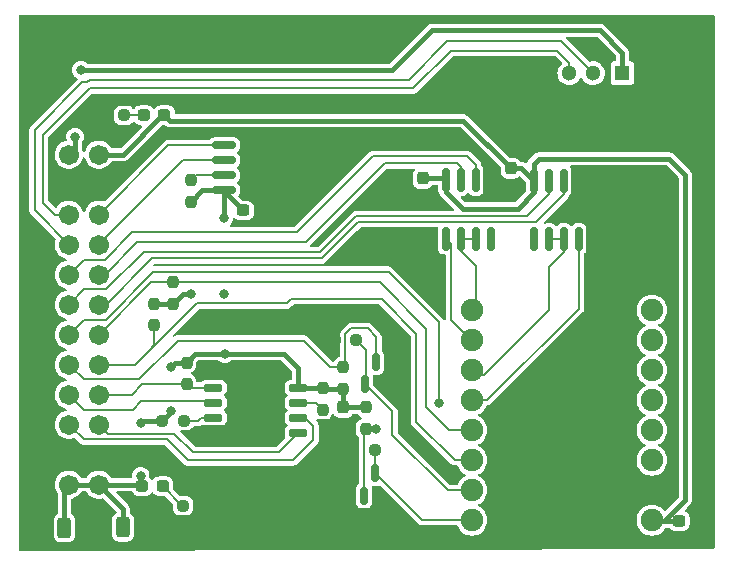
<source format=gbr>
%TF.GenerationSoftware,KiCad,Pcbnew,8.0.9-8.0.9-0~ubuntu22.04.1*%
%TF.CreationDate,2025-04-19T21:52:57-05:00*%
%TF.ProjectId,test_board,74657374-5f62-46f6-9172-642e6b696361,rev?*%
%TF.SameCoordinates,Original*%
%TF.FileFunction,Copper,L1,Top*%
%TF.FilePolarity,Positive*%
%FSLAX46Y46*%
G04 Gerber Fmt 4.6, Leading zero omitted, Abs format (unit mm)*
G04 Created by KiCad (PCBNEW 8.0.9-8.0.9-0~ubuntu22.04.1) date 2025-04-19 21:52:57*
%MOMM*%
%LPD*%
G01*
G04 APERTURE LIST*
G04 Aperture macros list*
%AMRoundRect*
0 Rectangle with rounded corners*
0 $1 Rounding radius*
0 $2 $3 $4 $5 $6 $7 $8 $9 X,Y pos of 4 corners*
0 Add a 4 corners polygon primitive as box body*
4,1,4,$2,$3,$4,$5,$6,$7,$8,$9,$2,$3,0*
0 Add four circle primitives for the rounded corners*
1,1,$1+$1,$2,$3*
1,1,$1+$1,$4,$5*
1,1,$1+$1,$6,$7*
1,1,$1+$1,$8,$9*
0 Add four rect primitives between the rounded corners*
20,1,$1+$1,$2,$3,$4,$5,0*
20,1,$1+$1,$4,$5,$6,$7,0*
20,1,$1+$1,$6,$7,$8,$9,0*
20,1,$1+$1,$8,$9,$2,$3,0*%
G04 Aperture macros list end*
%TA.AperFunction,SMDPad,CuDef*%
%ADD10RoundRect,0.150000X0.150000X-0.587500X0.150000X0.587500X-0.150000X0.587500X-0.150000X-0.587500X0*%
%TD*%
%TA.AperFunction,SMDPad,CuDef*%
%ADD11RoundRect,0.237500X-0.237500X0.250000X-0.237500X-0.250000X0.237500X-0.250000X0.237500X0.250000X0*%
%TD*%
%TA.AperFunction,SMDPad,CuDef*%
%ADD12RoundRect,0.150000X-0.650000X-0.150000X0.650000X-0.150000X0.650000X0.150000X-0.650000X0.150000X0*%
%TD*%
%TA.AperFunction,ComponentPad*%
%ADD13C,1.701800*%
%TD*%
%TA.AperFunction,SMDPad,CuDef*%
%ADD14RoundRect,0.237500X-0.287500X-0.237500X0.287500X-0.237500X0.287500X0.237500X-0.287500X0.237500X0*%
%TD*%
%TA.AperFunction,SMDPad,CuDef*%
%ADD15RoundRect,0.237500X0.300000X0.237500X-0.300000X0.237500X-0.300000X-0.237500X0.300000X-0.237500X0*%
%TD*%
%TA.AperFunction,SMDPad,CuDef*%
%ADD16RoundRect,0.237500X0.287500X0.237500X-0.287500X0.237500X-0.287500X-0.237500X0.287500X-0.237500X0*%
%TD*%
%TA.AperFunction,SMDPad,CuDef*%
%ADD17RoundRect,0.237500X0.237500X-0.250000X0.237500X0.250000X-0.237500X0.250000X-0.237500X-0.250000X0*%
%TD*%
%TA.AperFunction,SMDPad,CuDef*%
%ADD18RoundRect,0.150000X0.150000X-0.825000X0.150000X0.825000X-0.150000X0.825000X-0.150000X-0.825000X0*%
%TD*%
%TA.AperFunction,SMDPad,CuDef*%
%ADD19RoundRect,0.237500X-0.250000X-0.237500X0.250000X-0.237500X0.250000X0.237500X-0.250000X0.237500X0*%
%TD*%
%TA.AperFunction,SMDPad,CuDef*%
%ADD20RoundRect,0.237500X0.237500X-0.300000X0.237500X0.300000X-0.237500X0.300000X-0.237500X-0.300000X0*%
%TD*%
%TA.AperFunction,SMDPad,CuDef*%
%ADD21RoundRect,0.250000X0.312500X0.625000X-0.312500X0.625000X-0.312500X-0.625000X0.312500X-0.625000X0*%
%TD*%
%TA.AperFunction,SMDPad,CuDef*%
%ADD22RoundRect,0.150000X-0.150000X0.587500X-0.150000X-0.587500X0.150000X-0.587500X0.150000X0.587500X0*%
%TD*%
%TA.AperFunction,SMDPad,CuDef*%
%ADD23RoundRect,0.237500X0.250000X0.237500X-0.250000X0.237500X-0.250000X-0.237500X0.250000X-0.237500X0*%
%TD*%
%TA.AperFunction,ComponentPad*%
%ADD24R,1.300000X1.300000*%
%TD*%
%TA.AperFunction,ComponentPad*%
%ADD25C,1.300000*%
%TD*%
%TA.AperFunction,ComponentPad*%
%ADD26O,1.900000X2.900000*%
%TD*%
%TA.AperFunction,ComponentPad*%
%ADD27O,2.900000X1.900000*%
%TD*%
%TA.AperFunction,SMDPad,CuDef*%
%ADD28RoundRect,0.150000X0.825000X0.150000X-0.825000X0.150000X-0.825000X-0.150000X0.825000X-0.150000X0*%
%TD*%
%TA.AperFunction,ComponentPad*%
%ADD29C,1.905000*%
%TD*%
%TA.AperFunction,ViaPad*%
%ADD30C,0.800000*%
%TD*%
%TA.AperFunction,Conductor*%
%ADD31C,0.400000*%
%TD*%
%TA.AperFunction,Conductor*%
%ADD32C,0.200000*%
%TD*%
G04 APERTURE END LIST*
D10*
%TO.P,Q2,3,D*%
%TO.N,/GPIO_CN2_2*%
X145892930Y-71276968D03*
%TO.P,Q2,2,S*%
%TO.N,GND*%
X146842930Y-73151968D03*
%TO.P,Q2,1,G*%
%TO.N,/ECHO_GPIO_CN2_1*%
X144942930Y-73151968D03*
%TD*%
D11*
%TO.P,R1,1,1*%
%TO.N,/VCC_3V3_GPIO_FIL*%
X129840000Y-71332499D03*
%TO.P,R1,2,2*%
%TO.N,/GPIO_CN2_SPI_SS*%
X129840000Y-73157499D03*
%TD*%
D12*
%TO.P,U2,8,VCC*%
%TO.N,/VCC_3V3_GPIO_FIL*%
X139300000Y-73459999D03*
%TO.P,U2,7,~{HOLD}*%
%TO.N,Net-(U2-~{HOLD})*%
X139300000Y-74729999D03*
%TO.P,U2,6,SCK*%
%TO.N,/GPIO_CN2_SPI_SCLK*%
X139300000Y-75999999D03*
%TO.P,U2,5,DI(IO0)*%
%TO.N,/GPIO_CN2_SPI_MOSI*%
X139300000Y-77269999D03*
%TO.P,U2,4,GND*%
%TO.N,GND*%
X132100000Y-77269999D03*
%TO.P,U2,3,~{WP}*%
%TO.N,Net-(U2-~{WP})*%
X132100000Y-75999999D03*
%TO.P,U2,2,DO(IO1)*%
%TO.N,/GPIO_CN2_SPI_MISO*%
X132100000Y-74729999D03*
%TO.P,U2,1,~{CS}*%
%TO.N,/GPIO_CN2_SPI_SS*%
X132100000Y-73459999D03*
%TD*%
D13*
%TO.P,J1,24,Pin_24*%
%TO.N,/VCC_5V_GPIO_FIL*%
X122408099Y-53736600D03*
%TO.P,J1,23,Pin_23*%
X119868099Y-53736600D03*
%TO.P,J1,22,Pin_22*%
%TO.N,GND*%
X122408099Y-56276600D03*
%TO.P,J1,21,Pin_21*%
X119868099Y-56276600D03*
%TO.P,J1,20,Pin_20*%
%TO.N,/I2C_SDA_CN2*%
X122408099Y-58816600D03*
%TO.P,J1,19,Pin_19*%
%TO.N,/USB_HUB_CN2_DP*%
X119868099Y-58816600D03*
%TO.P,J1,18,Pin_18*%
%TO.N,/I2C_SCL_CN2*%
X122408099Y-61356600D03*
%TO.P,J1,17,Pin_17*%
%TO.N,/USB_HUB_CN2_DN*%
X119868099Y-61356600D03*
%TO.P,J1,16,Pin_16*%
%TO.N,/B_RS485_TX-{slash}RS232_TXD_CN2*%
X122408099Y-63896600D03*
%TO.P,J1,15,Pin_15*%
%TO.N,/A_RS485_TX+{slash}RS232_RTS_CN2*%
X119868099Y-63896600D03*
%TO.P,J1,14,Pin_14*%
%TO.N,/A{slash}RS485_RX+{slash}RS232_RXD_CN2*%
X122408099Y-66436600D03*
%TO.P,J1,13,Pin_13*%
%TO.N,/B{slash}RS485_RX-{slash}RS232_CTS_CN2*%
X119868099Y-66436600D03*
%TO.P,J1,12,Pin_12*%
%TO.N,/GPIO_CN2_0*%
X122408099Y-68976600D03*
%TO.P,J1,11,Pin_11*%
%TO.N,/GPIO_CN2_3*%
X119868099Y-68976600D03*
%TO.P,J1,10,Pin_10*%
%TO.N,/GPIO_CN2_1*%
X122408099Y-71516600D03*
%TO.P,J1,9,Pin_9*%
%TO.N,/GPIO_CN2_2*%
X119868099Y-71516600D03*
%TO.P,J1,8,Pin_8*%
%TO.N,/GPIO_CN2_SPI_SS*%
X122408099Y-74056600D03*
%TO.P,J1,7,Pin_7*%
%TO.N,/GPIO_CN2_SPI_MISO*%
X119868099Y-74056600D03*
%TO.P,J1,6,Pin_6*%
%TO.N,/GPIO_CN2_SPI_MOSI*%
X122408099Y-76596600D03*
%TO.P,J1,5,Pin_5*%
%TO.N,/GPIO_CN2_SPI_SCLK*%
X119868099Y-76596600D03*
%TO.P,J1,4,Pin_4*%
%TO.N,GND*%
X122408099Y-79136600D03*
%TO.P,J1,3,Pin_3*%
X119868099Y-79136600D03*
%TO.P,J1,2,Pin_2*%
%TO.N,/VCC_3V3_GPIO_FIL*%
X122408099Y-81676600D03*
%TO.P,J1,1,Pin_1*%
X119868099Y-81676600D03*
%TD*%
D14*
%TO.P,DS2,1,K*%
%TO.N,Net-(DS2-K)*%
X126215000Y-50390000D03*
%TO.P,DS2,2,A*%
%TO.N,/VCC_5V_GPIO_FIL*%
X127965000Y-50390000D03*
%TD*%
D15*
%TO.P,C4,1,1*%
%TO.N,GND*%
X136372500Y-58460000D03*
%TO.P,C4,2,2*%
%TO.N,/VCC_3V3_GPIO_FIL*%
X134647500Y-58460000D03*
%TD*%
D16*
%TO.P,DS1,1,K*%
%TO.N,Net-(DS1-K)*%
X127825000Y-81800000D03*
%TO.P,DS1,2,A*%
%TO.N,/VCC_3V3_GPIO_FIL*%
X126075000Y-81800000D03*
%TD*%
D17*
%TO.P,R14,1,1*%
%TO.N,/VCC_3V3_GPIO_FIL*%
X130190000Y-57712500D03*
%TO.P,R14,2,2*%
%TO.N,Net-(U4-WP)*%
X130190000Y-55887500D03*
%TD*%
D18*
%TO.P,U1,1,RO*%
%TO.N,/485RX*%
X151775000Y-60835000D03*
%TO.P,U1,2,~{RE}*%
%TO.N,/485RE*%
X153045000Y-60835000D03*
%TO.P,U1,3,DE*%
X154315000Y-60835000D03*
%TO.P,U1,4,DI*%
%TO.N,unconnected-(U1-DI-Pad4)*%
X155585000Y-60835000D03*
%TO.P,U1,5,GND*%
%TO.N,GND*%
X155585000Y-55885000D03*
%TO.P,U1,6,A*%
%TO.N,/A_RS485_TX+{slash}RS232_RTS_CN2*%
X154315000Y-55885000D03*
%TO.P,U1,7,B*%
%TO.N,/B_RS485_TX-{slash}RS232_TXD_CN2*%
X153045000Y-55885000D03*
%TO.P,U1,8,VCC*%
%TO.N,/VCC_5V_GPIO_FIL*%
X151775000Y-55885000D03*
%TD*%
D17*
%TO.P,R13,1*%
%TO.N,/VCC_3V3_GPIO_FIL*%
X143120000Y-73532500D03*
%TO.P,R13,2*%
%TO.N,/GPIO_CN2_2*%
X143120000Y-71707500D03*
%TD*%
D19*
%TO.P,R4,1,1*%
%TO.N,Net-(DS1-K)*%
X129537500Y-83450000D03*
%TO.P,R4,2,2*%
%TO.N,GND*%
X131362500Y-83450000D03*
%TD*%
D18*
%TO.P,U3,1,RO*%
%TO.N,unconnected-(U3-RO-Pad1)*%
X159225000Y-60875000D03*
%TO.P,U3,2,~{RE}*%
%TO.N,/485DE*%
X160495000Y-60875000D03*
%TO.P,U3,3,DE*%
X161765000Y-60875000D03*
%TO.P,U3,4,DI*%
%TO.N,/485TX*%
X163035000Y-60875000D03*
%TO.P,U3,5,GND*%
%TO.N,GND*%
X163035000Y-55925000D03*
%TO.P,U3,6,A*%
%TO.N,/A{slash}RS485_RX+{slash}RS232_RXD_CN2*%
X161765000Y-55925000D03*
%TO.P,U3,7,B*%
%TO.N,/B{slash}RS485_RX-{slash}RS232_CTS_CN2*%
X160495000Y-55925000D03*
%TO.P,U3,8,VCC*%
%TO.N,/VCC_5V_GPIO_FIL*%
X159225000Y-55925000D03*
%TD*%
D20*
%TO.P,C5,2,2*%
%TO.N,/VCC_5V_GPIO_FIL*%
X149840000Y-55727500D03*
%TO.P,C5,1,1*%
%TO.N,GND*%
X149840000Y-57452500D03*
%TD*%
D21*
%TO.P,R9,1,1*%
%TO.N,GND*%
X122422500Y-85320000D03*
%TO.P,R9,2,2*%
%TO.N,/VCC_3V3_GPIO_FIL*%
X119497500Y-85320000D03*
%TD*%
D19*
%TO.P,R3,1,1*%
%TO.N,/VCC_3V3_GPIO_FIL*%
X127787500Y-76250000D03*
%TO.P,R3,2,2*%
%TO.N,Net-(U2-~{WP})*%
X129612500Y-76250000D03*
%TD*%
D20*
%TO.P,C3,1,1*%
%TO.N,GND*%
X157300000Y-56602500D03*
%TO.P,C3,2,2*%
%TO.N,/VCC_5V_GPIO_FIL*%
X157300000Y-54877500D03*
%TD*%
D22*
%TO.P,Q1,1,G*%
%TO.N,/ECHO_GPIO_CN2_0*%
X145800000Y-80720000D03*
%TO.P,Q1,2,S*%
%TO.N,GND*%
X143900000Y-80720000D03*
%TO.P,Q1,3,D*%
%TO.N,/GPIO_CN2_3*%
X144850000Y-82595000D03*
%TD*%
D15*
%TO.P,C1,1,1*%
%TO.N,GND*%
X173262500Y-84750000D03*
%TO.P,C1,2,2*%
%TO.N,/VCC_5V_GPIO_FIL*%
X171537500Y-84750000D03*
%TD*%
D21*
%TO.P,R8,1,1*%
%TO.N,GND*%
X127382500Y-85260000D03*
%TO.P,R8,2,2*%
%TO.N,/VCC_3V3_GPIO_FIL*%
X124457500Y-85260000D03*
%TD*%
D23*
%TO.P,R5,1,1*%
%TO.N,Net-(DS2-K)*%
X124542500Y-50400000D03*
%TO.P,R5,2,2*%
%TO.N,GND*%
X122717500Y-50400000D03*
%TD*%
D24*
%TO.P,J2,1,VCC*%
%TO.N,/VCC_5V_GPIO_FIL*%
X166740000Y-46830000D03*
D25*
%TO.P,J2,2,D-*%
%TO.N,/USB_HUB_CN2_DN*%
X164240000Y-46830000D03*
%TO.P,J2,3,D+*%
%TO.N,/USB_HUB_CN2_DP*%
X162240000Y-46830000D03*
%TO.P,J2,4,GND*%
%TO.N,GND*%
X159740000Y-46830000D03*
D26*
%TO.P,J2,5,SHIELD*%
X169810000Y-47430000D03*
D27*
X163240000Y-51610000D03*
D26*
X156670000Y-47430000D03*
%TD*%
D23*
%TO.P,R12,2*%
%TO.N,GND*%
X142377500Y-69420000D03*
%TO.P,R12,1*%
%TO.N,/ECHO_GPIO_CN2_1*%
X144202500Y-69420000D03*
%TD*%
%TO.P,R10,1*%
%TO.N,/ECHO_GPIO_CN2_0*%
X145750000Y-78717500D03*
%TO.P,R10,2*%
%TO.N,GND*%
X143925000Y-78717500D03*
%TD*%
D28*
%TO.P,U4,1,A0*%
%TO.N,GND*%
X137955000Y-56735000D03*
%TO.P,U4,2,A1*%
X137955000Y-55465000D03*
%TO.P,U4,3,A2*%
X137955000Y-54195000D03*
%TO.P,U4,4,VSS*%
X137955000Y-52925000D03*
%TO.P,U4,5,SDA*%
%TO.N,/I2C_SDA_CN2*%
X133005000Y-52925000D03*
%TO.P,U4,6,SCL*%
%TO.N,/I2C_SCL_CN2*%
X133005000Y-54195000D03*
%TO.P,U4,7,WP*%
%TO.N,Net-(U4-WP)*%
X133005000Y-55465000D03*
%TO.P,U4,8,VDD*%
%TO.N,/VCC_3V3_GPIO_FIL*%
X133005000Y-56735000D03*
%TD*%
D17*
%TO.P,R6,1*%
%TO.N,/VCC_3V3_GPIO_FIL*%
X128650000Y-66362500D03*
%TO.P,R6,2*%
%TO.N,/GPIO_CN2_0*%
X128650000Y-64537500D03*
%TD*%
D11*
%TO.P,R7,2*%
%TO.N,/GPIO_CN2_1*%
X127110000Y-68192500D03*
%TO.P,R7,1*%
%TO.N,/VCC_3V3_GPIO_FIL*%
X127110000Y-66367500D03*
%TD*%
D20*
%TO.P,C2,1,1*%
%TO.N,GND*%
X143110000Y-76862500D03*
%TO.P,C2,2,2*%
%TO.N,/VCC_3V3_GPIO_FIL*%
X143110000Y-75137500D03*
%TD*%
D11*
%TO.P,R11,1*%
%TO.N,/VCC_3V3_GPIO_FIL*%
X145030000Y-75127500D03*
%TO.P,R11,2*%
%TO.N,/GPIO_CN2_3*%
X145030000Y-76952500D03*
%TD*%
%TO.P,R2,1,1*%
%TO.N,/VCC_3V3_GPIO_FIL*%
X141350000Y-73492499D03*
%TO.P,R2,2,2*%
%TO.N,Net-(U2-~{HOLD})*%
X141350000Y-75317499D03*
%TD*%
D29*
%TO.P,U5,0,GPIO0*%
%TO.N,unconnected-(U5-GPIO0-Pad0)*%
X169240000Y-66900000D03*
%TO.P,U5,1,GPIO1*%
%TO.N,unconnected-(U5-GPIO1-Pad1)*%
X169240000Y-69440000D03*
%TO.P,U5,2,GPIO2*%
%TO.N,unconnected-(U5-GPIO2-Pad2)*%
X169240000Y-71980000D03*
%TO.P,U5,3,GPIO3*%
%TO.N,unconnected-(U5-GPIO3-Pad3)*%
X169240000Y-74520000D03*
%TO.P,U5,3.3,3V3*%
%TO.N,unconnected-(U5-3V3-Pad3.3)*%
X169240000Y-79600000D03*
%TO.P,U5,4,GPIO4*%
%TO.N,unconnected-(U5-GPIO4-Pad4)*%
X169240000Y-77060000D03*
%TO.P,U5,5,GPIO5*%
%TO.N,/ECHO_GPIO_CN2_0*%
X154000000Y-84680000D03*
%TO.P,U5,5V,5V*%
%TO.N,/VCC_5V_GPIO_FIL*%
X169240000Y-84680000D03*
%TO.P,U5,6,GPIO6*%
%TO.N,/ECHO_GPIO_CN2_1*%
X154000000Y-82140000D03*
%TO.P,U5,7,GPIO7*%
%TO.N,/GPIO_CN2_1*%
X154000000Y-79600000D03*
%TO.P,U5,8,GPIO8*%
%TO.N,/GPIO_CN2_0*%
X154000000Y-77060000D03*
%TO.P,U5,9,GPIO9*%
%TO.N,/485TX*%
X154000000Y-74520000D03*
%TO.P,U5,10,GPIO10*%
%TO.N,/485DE*%
X154000000Y-71980000D03*
%TO.P,U5,20,GPIO20*%
%TO.N,/485RX*%
X154000000Y-69440000D03*
%TO.P,U5,21,GPIO21*%
%TO.N,/485RE*%
X154000000Y-66900000D03*
%TO.P,U5,G,GND*%
%TO.N,GND*%
X169240000Y-82140000D03*
%TD*%
D30*
%TO.N,GND*%
X135510000Y-68280000D03*
X135520000Y-71860000D03*
X143550000Y-62590000D03*
X143530000Y-67600000D03*
%TO.N,/GPIO_CN2_3*%
X145900000Y-76950000D03*
X151200000Y-74720000D03*
%TO.N,/VCC_3V3_GPIO_FIL*%
X125940000Y-80910000D03*
X125940000Y-76460000D03*
%TO.N,/VCC_5V_GPIO_FIL*%
X120900000Y-46570000D03*
X120400000Y-52200000D03*
%TO.N,GND*%
X137640000Y-58420000D03*
X148550000Y-57320000D03*
X148570000Y-61000000D03*
X131160000Y-81804999D03*
X156500000Y-56000000D03*
X139770000Y-56720000D03*
X130850000Y-77650000D03*
%TO.N,/VCC_3V3_GPIO_FIL*%
X128510000Y-71674999D03*
X128520000Y-75474999D03*
X133080000Y-70614999D03*
X133005000Y-59120000D03*
X130190000Y-65510000D03*
X133010000Y-65510000D03*
%TD*%
D31*
%TO.N,/VCC_5V_GPIO_FIL*%
X170670000Y-54070000D02*
X159710000Y-54070000D01*
D32*
%TO.N,/GPIO_CN2_SPI_MISO*%
X132100000Y-74729999D02*
X131970001Y-74600000D01*
X131970001Y-74600000D02*
X125980000Y-74600000D01*
X125260000Y-75320000D02*
X121131499Y-75320000D01*
X125980000Y-74600000D02*
X125260000Y-75320000D01*
X121131499Y-75320000D02*
X119868099Y-74056600D01*
%TO.N,/GPIO_CN2_2*%
X143120000Y-71707500D02*
X143290000Y-71537500D01*
X143290000Y-71537500D02*
X143290000Y-68936858D01*
X143290000Y-68936858D02*
X143776858Y-68450000D01*
X143776858Y-68450000D02*
X145190000Y-68450000D01*
X145190000Y-68450000D02*
X145892930Y-69152930D01*
X145892930Y-69152930D02*
X145892930Y-71276968D01*
%TO.N,/485RE*%
X153045000Y-60835000D02*
X152925000Y-60835000D01*
X152925000Y-60835000D02*
X152920000Y-60840000D01*
X154315000Y-63185000D02*
X153045000Y-61915000D01*
X153045000Y-61915000D02*
X153045000Y-60835000D01*
%TO.N,/ECHO_GPIO_CN2_1*%
X144202500Y-69420000D02*
X145040000Y-70257500D01*
X145040000Y-70257500D02*
X145040000Y-73054898D01*
X145040000Y-73054898D02*
X144942930Y-73151968D01*
%TO.N,/USB_HUB_CN2_DP*%
X119868099Y-58816600D02*
X118666600Y-58816600D01*
X117650000Y-57800000D02*
X117650000Y-52103554D01*
X118666600Y-58816600D02*
X117650000Y-57800000D01*
X117650000Y-52103554D02*
X121623554Y-48130000D01*
X121623554Y-48130000D02*
X149040000Y-48130000D01*
X149040000Y-48130000D02*
X152250000Y-44920000D01*
X152250000Y-44920000D02*
X161230000Y-44920000D01*
X161230000Y-44920000D02*
X162240000Y-45930000D01*
X162240000Y-45930000D02*
X162240000Y-46830000D01*
%TO.N,/USB_HUB_CN2_DN*%
X119868099Y-61356600D02*
X116970000Y-58458501D01*
X161560000Y-44150000D02*
X164240000Y-46830000D01*
X116970000Y-58458501D02*
X116970000Y-51670000D01*
X151896446Y-44150000D02*
X161560000Y-44150000D01*
X116970000Y-51670000D02*
X121016777Y-47623223D01*
X121016777Y-47623223D02*
X121423223Y-47623223D01*
X121646446Y-47400000D02*
X148646446Y-47400000D01*
X121423223Y-47623223D02*
X121646446Y-47400000D01*
X148646446Y-47400000D02*
X151896446Y-44150000D01*
D31*
%TO.N,/VCC_5V_GPIO_FIL*%
X151775000Y-55885000D02*
X151775000Y-56865000D01*
X153210000Y-58300000D02*
X157860000Y-58300000D01*
X151775000Y-56865000D02*
X153210000Y-58300000D01*
X157860000Y-58300000D02*
X159225000Y-56935000D01*
X159225000Y-56935000D02*
X159225000Y-55925000D01*
D32*
%TO.N,/B{slash}RS485_RX-{slash}RS232_CTS_CN2*%
X119868099Y-66436600D02*
X121157199Y-65147500D01*
X123052500Y-65147500D02*
X126200000Y-62000000D01*
X144170000Y-58930000D02*
X158620000Y-58930000D01*
X121157199Y-65147500D02*
X123052500Y-65147500D01*
X126200000Y-62000000D02*
X141100000Y-62000000D01*
X158620000Y-58930000D02*
X160495000Y-57055000D01*
X141100000Y-62000000D02*
X144170000Y-58930000D01*
X160495000Y-57055000D02*
X160495000Y-55925000D01*
%TO.N,/A{slash}RS485_RX+{slash}RS232_RXD_CN2*%
X161765000Y-55925000D02*
X161765000Y-57085000D01*
X161765000Y-57085000D02*
X159420000Y-59430000D01*
X159420000Y-59430000D02*
X144377106Y-59430000D01*
X144377106Y-59430000D02*
X143878553Y-59928553D01*
X126950000Y-62500000D02*
X122750000Y-66700000D01*
X143878553Y-59928553D02*
X143878553Y-59928554D01*
X143878553Y-59928554D02*
X141307107Y-62500000D01*
X141307107Y-62500000D02*
X126950000Y-62500000D01*
%TO.N,/GPIO_CN2_1*%
X154000000Y-79600000D02*
X152530000Y-79600000D01*
X152530000Y-79600000D02*
X149300000Y-76370000D01*
X138700000Y-65950000D02*
X138340000Y-66310000D01*
X149300000Y-76370000D02*
X149300000Y-68900000D01*
X149300000Y-68900000D02*
X146350000Y-65950000D01*
X146350000Y-65950000D02*
X138700000Y-65950000D01*
X138340000Y-66310000D02*
X130690000Y-66310000D01*
X130690000Y-66310000D02*
X126650000Y-70350000D01*
%TO.N,/GPIO_CN2_0*%
X128650000Y-64537500D02*
X146187500Y-64537500D01*
X146187500Y-64537500D02*
X150110000Y-68460000D01*
X150110000Y-68460000D02*
X150110000Y-75100000D01*
X150110000Y-75100000D02*
X152070000Y-77060000D01*
X152070000Y-77060000D02*
X154000000Y-77060000D01*
%TO.N,/485RX*%
X151775000Y-60835000D02*
X152250000Y-61310000D01*
X152250000Y-61310000D02*
X152250000Y-67690000D01*
X152250000Y-67690000D02*
X153446447Y-68886447D01*
%TO.N,/GPIO_CN2_3*%
X151200000Y-74720000D02*
X151210000Y-74710000D01*
X151210000Y-74710000D02*
X151210000Y-67910000D01*
X151210000Y-67910000D02*
X146950000Y-63650000D01*
X146950000Y-63650000D02*
X127027593Y-63650000D01*
X121144699Y-67700000D02*
X119868099Y-68976600D01*
X127027593Y-63650000D02*
X122977593Y-67700000D01*
X122977593Y-67700000D02*
X121144699Y-67700000D01*
%TO.N,/ECHO_GPIO_CN2_1*%
X144942930Y-73151968D02*
X147250000Y-75459038D01*
X147250000Y-75459038D02*
X147250000Y-77440000D01*
X147250000Y-77440000D02*
X151950000Y-82140000D01*
X151950000Y-82140000D02*
X154000000Y-82140000D01*
%TO.N,/GPIO_CN2_2*%
X119868099Y-71516600D02*
X121118999Y-72767500D01*
X121118999Y-72767500D02*
X125782500Y-72767500D01*
X125782500Y-72767500D02*
X129072500Y-69477500D01*
X129072500Y-69477500D02*
X139767500Y-69477500D01*
X139767500Y-69477500D02*
X141997500Y-71707500D01*
X141997500Y-71707500D02*
X143120000Y-71707500D01*
D31*
%TO.N,GND*%
X143527500Y-67602500D02*
X143530000Y-67600000D01*
D32*
%TO.N,/485DE*%
X160495000Y-60875000D02*
X161765000Y-60875000D01*
%TO.N,/485RE*%
X153045000Y-60835000D02*
X154315000Y-60835000D01*
%TO.N,/GPIO_CN2_3*%
X145897500Y-76952500D02*
X145900000Y-76950000D01*
X145030000Y-76952500D02*
X145897500Y-76952500D01*
D31*
%TO.N,/VCC_3V3_GPIO_FIL*%
X125940000Y-81665000D02*
X126075000Y-81800000D01*
X125940000Y-80910000D02*
X125940000Y-81665000D01*
X127787500Y-76250000D02*
X126150000Y-76250000D01*
X126150000Y-76250000D02*
X125940000Y-76460000D01*
D32*
%TO.N,/GPIO_CN2_0*%
X122408099Y-68976600D02*
X126847199Y-64537500D01*
X126847199Y-64537500D02*
X128650000Y-64537500D01*
%TO.N,/GPIO_CN2_SPI_SCLK*%
X119868099Y-76596600D02*
X121118999Y-77847500D01*
X121118999Y-77847500D02*
X128197500Y-77847500D01*
X128197500Y-77847500D02*
X129970000Y-79620000D01*
X129970000Y-79620000D02*
X138810000Y-79620000D01*
X139899999Y-75999999D02*
X139300000Y-75999999D01*
X138810000Y-79620000D02*
X140570000Y-77860000D01*
X140570000Y-77860000D02*
X140570000Y-76670000D01*
X140570000Y-76670000D02*
X139899999Y-75999999D01*
%TO.N,/ECHO_GPIO_CN2_0*%
X145800000Y-80720000D02*
X149760000Y-84680000D01*
X149760000Y-84680000D02*
X154000000Y-84680000D01*
%TO.N,/GPIO_CN2_3*%
X145030000Y-76952500D02*
X144850000Y-77132500D01*
X144850000Y-77132500D02*
X144850000Y-82595000D01*
D31*
%TO.N,/VCC_3V3_GPIO_FIL*%
X133080000Y-70614999D02*
X133084999Y-70610000D01*
X133084999Y-70610000D02*
X138090000Y-70610000D01*
X138090000Y-70610000D02*
X139300000Y-71820000D01*
X139300000Y-71820000D02*
X139300000Y-73459999D01*
X133080000Y-70614999D02*
X133075001Y-70610000D01*
X133075001Y-70610000D02*
X130562499Y-70610000D01*
X130562499Y-70610000D02*
X129840000Y-71332499D01*
D32*
%TO.N,/ECHO_GPIO_CN2_0*%
X145800000Y-78767500D02*
X145750000Y-78717500D01*
%TO.N,/GPIO_CN2_3*%
X144847500Y-82597500D02*
X144850000Y-82595000D01*
D31*
%TO.N,/VCC_3V3_GPIO_FIL*%
X143110000Y-75137500D02*
X145020000Y-75137500D01*
X145020000Y-75137500D02*
X145030000Y-75127500D01*
X143120000Y-73532500D02*
X143120000Y-75127500D01*
X143120000Y-75127500D02*
X143110000Y-75137500D01*
X143120000Y-73532500D02*
X141390001Y-73532500D01*
X141390001Y-73532500D02*
X141350000Y-73492499D01*
D32*
%TO.N,/GPIO_CN2_SPI_SS*%
X129840000Y-73157499D02*
X126102501Y-73157499D01*
X126102501Y-73157499D02*
X125203400Y-74056600D01*
X125203400Y-74056600D02*
X122408099Y-74056600D01*
D31*
%TO.N,/VCC_5V_GPIO_FIL*%
X164810000Y-43190000D02*
X166740000Y-45120000D01*
X158177500Y-54877500D02*
X159225000Y-55925000D01*
X153282500Y-50860000D02*
X128435000Y-50860000D01*
X159225000Y-54555000D02*
X159710000Y-54070000D01*
X170300000Y-84750000D02*
X169310000Y-84750000D01*
X150610000Y-43190000D02*
X164810000Y-43190000D01*
X122408099Y-53736600D02*
X124448400Y-53736600D01*
X166740000Y-45120000D02*
X166740000Y-46830000D01*
X120400000Y-53204699D02*
X119868099Y-53736600D01*
X159225000Y-55925000D02*
X159225000Y-55017500D01*
X128435000Y-50860000D02*
X127965000Y-50390000D01*
X149840000Y-55727500D02*
X151617500Y-55727500D01*
X157300000Y-54877500D02*
X158177500Y-54877500D01*
X120400000Y-52200000D02*
X120400000Y-53204699D01*
X124448400Y-53736600D02*
X127795000Y-50390000D01*
X157300000Y-54877500D02*
X153282500Y-50860000D01*
X169310000Y-84750000D02*
X169240000Y-84680000D01*
X171467500Y-84680000D02*
X171537500Y-84750000D01*
X170670000Y-54070000D02*
X172050000Y-55450000D01*
X127795000Y-50390000D02*
X127965000Y-50390000D01*
X147230000Y-46570000D02*
X150610000Y-43190000D01*
X159225000Y-55925000D02*
X159225000Y-54555000D01*
X171537500Y-84750000D02*
X170300000Y-84750000D01*
X172050000Y-83000000D02*
X170300000Y-84750000D01*
X151617500Y-55727500D02*
X151775000Y-55885000D01*
X172050000Y-55450000D02*
X172050000Y-83000000D01*
X120900000Y-46570000D02*
X147230000Y-46570000D01*
%TO.N,GND*%
X131614999Y-77650000D02*
X131985000Y-77279999D01*
X139755000Y-56735000D02*
X139770000Y-56720000D01*
X157102500Y-56602500D02*
X157300000Y-56602500D01*
X156500000Y-56000000D02*
X157102500Y-56602500D01*
X137600000Y-58460000D02*
X137640000Y-58420000D01*
X136372500Y-58460000D02*
X137600000Y-58460000D01*
X130850000Y-77650000D02*
X131614999Y-77650000D01*
X148550000Y-57320000D02*
X148682500Y-57452500D01*
X137955000Y-56735000D02*
X139755000Y-56735000D01*
X148682500Y-57452500D02*
X149840000Y-57452500D01*
%TO.N,/VCC_3V3_GPIO_FIL*%
X128520000Y-75517500D02*
X127787500Y-76250000D01*
X128490000Y-71694999D02*
X128510000Y-71674999D01*
X125699100Y-81676600D02*
X125870000Y-81847500D01*
X128520000Y-75474999D02*
X128520000Y-75517500D01*
X141317500Y-73459999D02*
X141350000Y-73492499D01*
X133005000Y-56817500D02*
X134647500Y-58460000D01*
X133005000Y-56735000D02*
X133005000Y-56817500D01*
X124457500Y-85260000D02*
X124457500Y-83726001D01*
X119497500Y-85320000D02*
X119497500Y-82047199D01*
X128852500Y-71332499D02*
X128510000Y-71674999D01*
X119497500Y-82047199D02*
X119868099Y-81676600D01*
X139300000Y-73459999D02*
X141317500Y-73459999D01*
X119868099Y-81676600D02*
X122408099Y-81676600D01*
X122408099Y-81676600D02*
X125699100Y-81676600D01*
X124457500Y-83726001D02*
X122408099Y-81676600D01*
X133005000Y-56735000D02*
X133005000Y-59120000D01*
X131167500Y-56735000D02*
X130190000Y-57712500D01*
X133005000Y-56735000D02*
X131167500Y-56735000D01*
X129840000Y-71332499D02*
X128852500Y-71332499D01*
D32*
%TO.N,/GPIO_CN2_0*%
X122506600Y-68976600D02*
X122728200Y-68755000D01*
X122408099Y-68976600D02*
X122506600Y-68976600D01*
%TO.N,/GPIO_CN2_1*%
X125483400Y-71516600D02*
X122408099Y-71516600D01*
X126650000Y-70350000D02*
X125483400Y-71516600D01*
%TO.N,/GPIO_CN2_SPI_SS*%
X129840000Y-73189999D02*
X130120000Y-73469999D01*
X131985000Y-73469999D02*
X130400000Y-73469999D01*
X130120000Y-73469999D02*
X129807500Y-73157499D01*
X129840000Y-72754999D02*
X129840000Y-73189999D01*
X130400000Y-73469999D02*
X130120000Y-73469999D01*
%TO.N,Net-(U2-~{HOLD})*%
X141350000Y-75317499D02*
X140762500Y-74729999D01*
X140762500Y-74729999D02*
X139300000Y-74729999D01*
%TO.N,Net-(U2-~{WP})*%
X131045000Y-76009999D02*
X131985000Y-76009999D01*
X129612500Y-76250000D02*
X130804999Y-76250000D01*
X130804999Y-76250000D02*
X131045000Y-76009999D01*
%TO.N,Net-(U4-WP)*%
X130612500Y-55465000D02*
X130190000Y-55887500D01*
X133005000Y-55465000D02*
X130612500Y-55465000D01*
%TO.N,/485TX*%
X154000000Y-74520000D02*
X155280000Y-74520000D01*
X155280000Y-74520000D02*
X163035000Y-66765000D01*
X163035000Y-66765000D02*
X163035000Y-60875000D01*
%TO.N,/485RE*%
X154000000Y-66650000D02*
X154315000Y-66335000D01*
X154315000Y-66335000D02*
X154315000Y-63185000D01*
X154000000Y-66650000D02*
X154350000Y-66300000D01*
X154000000Y-66900000D02*
X154000000Y-66650000D01*
%TO.N,/485DE*%
X160495000Y-63250000D02*
X160495000Y-66855000D01*
X155000000Y-72350000D02*
X154030000Y-72350000D01*
X160495000Y-66855000D02*
X155000000Y-72350000D01*
%TO.N,/GPIO_CN2_SPI_SCLK*%
X119868099Y-76596600D02*
X120256600Y-76596600D01*
%TO.N,/GPIO_CN2_SPI_MOSI*%
X123158999Y-77347500D02*
X128797500Y-77347500D01*
X130350000Y-78900000D02*
X137669999Y-78900000D01*
X128797500Y-77347500D02*
X130350000Y-78900000D01*
X139295000Y-77264999D02*
X139300000Y-77269999D01*
X137669999Y-78900000D02*
X139300000Y-77269999D01*
X122408099Y-76596600D02*
X123158999Y-77347500D01*
%TO.N,/I2C_SCL_CN2*%
X129525000Y-54195000D02*
X133005000Y-54195000D01*
X122408099Y-61356600D02*
X122408099Y-61311901D01*
X122408099Y-61311901D02*
X129525000Y-54195000D01*
%TO.N,/I2C_SDA_CN2*%
X128299699Y-52925000D02*
X133005000Y-52925000D01*
X122408099Y-58816600D02*
X128299699Y-52925000D01*
%TO.N,Net-(DS1-K)*%
X129537500Y-83450000D02*
X129475000Y-83450000D01*
X129475000Y-83450000D02*
X127825000Y-81800000D01*
%TO.N,Net-(DS2-K)*%
X124542500Y-50400000D02*
X126205000Y-50400000D01*
X126205000Y-50400000D02*
X126215000Y-50390000D01*
%TO.N,/485DE*%
X161765000Y-60875000D02*
X161765000Y-61985000D01*
X161765000Y-61985000D02*
X160500000Y-63250000D01*
X160500000Y-63250000D02*
X160495000Y-63250000D01*
%TO.N,/A_RS485_TX+{slash}RS232_RTS_CN2*%
X154315000Y-54585000D02*
X154315000Y-55885000D01*
X153570000Y-53840000D02*
X154315000Y-54585000D01*
X145630000Y-53840000D02*
X153570000Y-53840000D01*
X139170000Y-60300000D02*
X145630000Y-53840000D01*
X122920000Y-62620000D02*
X125240000Y-60300000D01*
X121144699Y-62620000D02*
X122920000Y-62620000D01*
X125240000Y-60300000D02*
X139170000Y-60300000D01*
X119868099Y-63896600D02*
X121144699Y-62620000D01*
%TO.N,/B_RS485_TX-{slash}RS232_TXD_CN2*%
X153045000Y-54805000D02*
X153045000Y-55885000D01*
X152710000Y-54470000D02*
X153045000Y-54805000D01*
X146600000Y-54470000D02*
X152710000Y-54470000D01*
X139920000Y-61150000D02*
X146600000Y-54470000D01*
X125670000Y-61150000D02*
X139920000Y-61150000D01*
X122923400Y-63896600D02*
X125670000Y-61150000D01*
X122408099Y-63896600D02*
X122923400Y-63896600D01*
%TO.N,/GPIO_CN2_1*%
X127110000Y-69890000D02*
X126650000Y-70350000D01*
D31*
%TO.N,/VCC_3V3_GPIO_FIL*%
X127577500Y-66362500D02*
X128650000Y-66362500D01*
X127572500Y-66367500D02*
X127577500Y-66362500D01*
X127110000Y-66367500D02*
X127572500Y-66367500D01*
D32*
%TO.N,/GPIO_CN2_1*%
X127110000Y-68192500D02*
X127110000Y-69890000D01*
D31*
%TO.N,/VCC_3V3_GPIO_FIL*%
X129502500Y-65510000D02*
X128650000Y-66362500D01*
X130190000Y-65510000D02*
X129502500Y-65510000D01*
D32*
%TO.N,/ECHO_GPIO_CN2_0*%
X145750000Y-80670000D02*
X145800000Y-80720000D01*
X145750000Y-78717500D02*
X145750000Y-80670000D01*
%TD*%
%TA.AperFunction,Conductor*%
%TO.N,GND*%
G36*
X146180580Y-66419407D02*
G01*
X146192393Y-66429496D01*
X148820504Y-69057607D01*
X148848281Y-69112124D01*
X148849500Y-69127611D01*
X148849500Y-76429309D01*
X148873713Y-76519673D01*
X148873712Y-76519673D01*
X148880200Y-76543886D01*
X148880202Y-76543890D01*
X148939507Y-76646609D01*
X148939508Y-76646610D01*
X148939509Y-76646611D01*
X148939511Y-76646614D01*
X152253386Y-79960490D01*
X152356113Y-80019799D01*
X152375584Y-80025016D01*
X152375587Y-80025018D01*
X152375588Y-80025017D01*
X152470691Y-80050500D01*
X152709300Y-80050500D01*
X152767491Y-80069407D01*
X152799024Y-80107661D01*
X152867253Y-80253978D01*
X152867257Y-80253986D01*
X152996881Y-80439110D01*
X152998031Y-80440751D01*
X153159249Y-80601969D01*
X153346011Y-80732741D01*
X153447949Y-80780275D01*
X153492697Y-80822004D01*
X153504372Y-80882065D01*
X153478514Y-80937518D01*
X153447949Y-80959724D01*
X153346022Y-81007253D01*
X153346014Y-81007257D01*
X153159253Y-81138027D01*
X152998027Y-81299253D01*
X152867258Y-81486013D01*
X152799026Y-81632339D01*
X152757297Y-81677087D01*
X152709301Y-81689500D01*
X152177612Y-81689500D01*
X152119421Y-81670593D01*
X152107608Y-81660504D01*
X147729496Y-77282392D01*
X147701719Y-77227875D01*
X147700500Y-77212388D01*
X147700500Y-75399730D01*
X147699135Y-75394637D01*
X147669799Y-75285152D01*
X147669799Y-75285151D01*
X147610490Y-75182424D01*
X145622424Y-73194359D01*
X145594648Y-73139843D01*
X145593429Y-73124356D01*
X145593429Y-72516601D01*
X145593429Y-72516596D01*
X145588879Y-72474273D01*
X145601458Y-72414397D01*
X145646831Y-72373349D01*
X145692629Y-72364837D01*
X145695031Y-72364965D01*
X145695057Y-72364968D01*
X146090802Y-72364967D01*
X146150413Y-72358559D01*
X146248066Y-72322137D01*
X146285259Y-72308265D01*
X146285259Y-72308264D01*
X146285261Y-72308264D01*
X146400476Y-72222014D01*
X146486726Y-72106799D01*
X146489193Y-72100186D01*
X146537019Y-71971956D01*
X146537018Y-71971956D01*
X146537021Y-71971951D01*
X146543430Y-71912341D01*
X146543429Y-70641596D01*
X146537021Y-70581985D01*
X146510036Y-70509634D01*
X146486727Y-70447138D01*
X146400479Y-70331926D01*
X146400478Y-70331925D01*
X146400476Y-70331922D01*
X146400472Y-70331919D01*
X146383099Y-70318913D01*
X146347847Y-70268903D01*
X146343430Y-70239661D01*
X146343430Y-69093622D01*
X146341549Y-69086603D01*
X146312729Y-68979044D01*
X146312729Y-68979043D01*
X146312729Y-68979042D01*
X146253422Y-68876320D01*
X146253420Y-68876318D01*
X146253419Y-68876316D01*
X145466614Y-68089511D01*
X145466611Y-68089509D01*
X145466609Y-68089507D01*
X145363890Y-68030202D01*
X145363886Y-68030200D01*
X145339673Y-68023712D01*
X145339673Y-68023713D01*
X145249309Y-67999500D01*
X143717549Y-67999500D01*
X143672366Y-68011606D01*
X143627183Y-68023713D01*
X143627182Y-68023712D01*
X143602970Y-68030201D01*
X143602967Y-68030202D01*
X143500248Y-68089507D01*
X142929507Y-68660248D01*
X142870200Y-68762970D01*
X142870200Y-68762971D01*
X142870201Y-68762972D01*
X142839830Y-68876320D01*
X142839500Y-68877550D01*
X142839500Y-70783266D01*
X142820593Y-70841457D01*
X142771093Y-70877421D01*
X142753425Y-70881419D01*
X142729001Y-70884635D01*
X142585963Y-70943882D01*
X142585961Y-70943884D01*
X142463137Y-71038129D01*
X142463129Y-71038137D01*
X142368882Y-71160964D01*
X142354417Y-71195886D01*
X142314680Y-71242412D01*
X142262953Y-71257000D01*
X142225111Y-71257000D01*
X142166920Y-71238093D01*
X142155107Y-71228004D01*
X141105103Y-70178000D01*
X140044114Y-69117011D01*
X140044111Y-69117009D01*
X140044110Y-69117008D01*
X140044109Y-69117007D01*
X139941390Y-69057702D01*
X139941386Y-69057700D01*
X139917173Y-69051212D01*
X139917173Y-69051213D01*
X139826809Y-69027000D01*
X129013191Y-69027000D01*
X128955902Y-69042350D01*
X128898612Y-69057701D01*
X128794587Y-69117760D01*
X128734739Y-69130481D01*
X128678843Y-69105594D01*
X128648251Y-69052605D01*
X128654647Y-68991755D01*
X128675084Y-68962019D01*
X129178069Y-68459035D01*
X130847608Y-66789496D01*
X130902125Y-66761719D01*
X130917612Y-66760500D01*
X138399309Y-66760500D01*
X138489669Y-66736287D01*
X138489672Y-66736287D01*
X138502903Y-66732741D01*
X138513887Y-66729799D01*
X138602140Y-66678845D01*
X138616609Y-66670492D01*
X138616609Y-66670491D01*
X138616614Y-66670489D01*
X138749715Y-66537388D01*
X138857608Y-66429496D01*
X138912124Y-66401719D01*
X138927611Y-66400500D01*
X146122389Y-66400500D01*
X146180580Y-66419407D01*
G37*
%TD.AperFunction*%
%TA.AperFunction,Conductor*%
G36*
X132581318Y-71179407D02*
G01*
X132593124Y-71189490D01*
X132609110Y-71205476D01*
X132609112Y-71205477D01*
X132609113Y-71205478D01*
X132751423Y-71294898D01*
X132752310Y-71295455D01*
X132795438Y-71310546D01*
X132911934Y-71351310D01*
X132911938Y-71351311D01*
X132911941Y-71351312D01*
X132911942Y-71351312D01*
X132911946Y-71351313D01*
X133079996Y-71370248D01*
X133080000Y-71370248D01*
X133080004Y-71370248D01*
X133248053Y-71351313D01*
X133248055Y-71351312D01*
X133248059Y-71351312D01*
X133407690Y-71295455D01*
X133550890Y-71205476D01*
X133566871Y-71189494D01*
X133621386Y-71161719D01*
X133636873Y-71160500D01*
X137820967Y-71160500D01*
X137879158Y-71179407D01*
X137890971Y-71189496D01*
X138720504Y-72019029D01*
X138748281Y-72073546D01*
X138749500Y-72089033D01*
X138749500Y-72710499D01*
X138730593Y-72768690D01*
X138681093Y-72804654D01*
X138650502Y-72809499D01*
X138602132Y-72809499D01*
X138602128Y-72809500D01*
X138542519Y-72815907D01*
X138542514Y-72815908D01*
X138407670Y-72866201D01*
X138292458Y-72952449D01*
X138292450Y-72952457D01*
X138206202Y-73067669D01*
X138155910Y-73202510D01*
X138155908Y-73202521D01*
X138154244Y-73218000D01*
X138149697Y-73260300D01*
X138149500Y-73262128D01*
X138149500Y-73657865D01*
X138149500Y-73657868D01*
X138149501Y-73657871D01*
X138151044Y-73672228D01*
X138155908Y-73717479D01*
X138155909Y-73717484D01*
X138206202Y-73852328D01*
X138271389Y-73939406D01*
X138292454Y-73967545D01*
X138329796Y-73995499D01*
X138356842Y-74015746D01*
X138392094Y-74065755D01*
X138391220Y-74126934D01*
X138356842Y-74174252D01*
X138292455Y-74222452D01*
X138292450Y-74222457D01*
X138206202Y-74337669D01*
X138155910Y-74472510D01*
X138155908Y-74472521D01*
X138149500Y-74532128D01*
X138149500Y-74927865D01*
X138149501Y-74927869D01*
X138155908Y-74987479D01*
X138155909Y-74987484D01*
X138206202Y-75122328D01*
X138277139Y-75217087D01*
X138292454Y-75237545D01*
X138320532Y-75258564D01*
X138356842Y-75285746D01*
X138392094Y-75335755D01*
X138391220Y-75396934D01*
X138356842Y-75444252D01*
X138292455Y-75492452D01*
X138292450Y-75492457D01*
X138206202Y-75607669D01*
X138155910Y-75742510D01*
X138155908Y-75742521D01*
X138152900Y-75770500D01*
X138149783Y-75799500D01*
X138149500Y-75802128D01*
X138149500Y-76197865D01*
X138149501Y-76197869D01*
X138155908Y-76257479D01*
X138155909Y-76257484D01*
X138206202Y-76392328D01*
X138292450Y-76507540D01*
X138292454Y-76507545D01*
X138340999Y-76543886D01*
X138356842Y-76555746D01*
X138392094Y-76605755D01*
X138391220Y-76666934D01*
X138356842Y-76714252D01*
X138292455Y-76762452D01*
X138292450Y-76762457D01*
X138206202Y-76877669D01*
X138155910Y-77012510D01*
X138155908Y-77012521D01*
X138155420Y-77017065D01*
X138150765Y-77060365D01*
X138149500Y-77072128D01*
X138149500Y-77467865D01*
X138149501Y-77467869D01*
X138155908Y-77527479D01*
X138155909Y-77527484D01*
X138201453Y-77649595D01*
X138204073Y-77710724D01*
X138178699Y-77754194D01*
X137512392Y-78420503D01*
X137457875Y-78448281D01*
X137442388Y-78449500D01*
X130577611Y-78449500D01*
X130519420Y-78430593D01*
X130507607Y-78420504D01*
X129331607Y-77244504D01*
X129303830Y-77189987D01*
X129313401Y-77129555D01*
X129356666Y-77086290D01*
X129401611Y-77075500D01*
X129901039Y-77075500D01*
X129901040Y-77075500D01*
X130015999Y-77060365D01*
X130159037Y-77001117D01*
X130281867Y-76906867D01*
X130376117Y-76784037D01*
X130385405Y-76761614D01*
X130425142Y-76715088D01*
X130476869Y-76700500D01*
X130864307Y-76700500D01*
X130864308Y-76700500D01*
X130956168Y-76675886D01*
X130978886Y-76669799D01*
X131077877Y-76612646D01*
X131081608Y-76610492D01*
X131081608Y-76610491D01*
X131081613Y-76610489D01*
X131084524Y-76607577D01*
X131139037Y-76579797D01*
X131199470Y-76589364D01*
X131201978Y-76590688D01*
X131207669Y-76593795D01*
X131342511Y-76644088D01*
X131342512Y-76644088D01*
X131342517Y-76644090D01*
X131402127Y-76650499D01*
X132797872Y-76650498D01*
X132857483Y-76644090D01*
X132947028Y-76610692D01*
X132992329Y-76593796D01*
X132992329Y-76593795D01*
X132992331Y-76593795D01*
X133107546Y-76507545D01*
X133193796Y-76392330D01*
X133194462Y-76390546D01*
X133244089Y-76257487D01*
X133244090Y-76257484D01*
X133244091Y-76257482D01*
X133250500Y-76197872D01*
X133250499Y-75802127D01*
X133244091Y-75742516D01*
X133240929Y-75734037D01*
X133193797Y-75607669D01*
X133107549Y-75492457D01*
X133107548Y-75492456D01*
X133107546Y-75492453D01*
X133084564Y-75475249D01*
X133043158Y-75444252D01*
X133007905Y-75394243D01*
X133008779Y-75333064D01*
X133043158Y-75285746D01*
X133079468Y-75258564D01*
X133107546Y-75237545D01*
X133193796Y-75122330D01*
X133213041Y-75070733D01*
X133244089Y-74987487D01*
X133244090Y-74987484D01*
X133244091Y-74987482D01*
X133250500Y-74927872D01*
X133250499Y-74532127D01*
X133244091Y-74472516D01*
X133244089Y-74472510D01*
X133193797Y-74337669D01*
X133107549Y-74222457D01*
X133107548Y-74222456D01*
X133107546Y-74222453D01*
X133080049Y-74201869D01*
X133043158Y-74174252D01*
X133007905Y-74124243D01*
X133008779Y-74063064D01*
X133043158Y-74015746D01*
X133070204Y-73995499D01*
X133107546Y-73967545D01*
X133193796Y-73852330D01*
X133194462Y-73850546D01*
X133244089Y-73717487D01*
X133244090Y-73717484D01*
X133244091Y-73717482D01*
X133250500Y-73657872D01*
X133250499Y-73262127D01*
X133244091Y-73202516D01*
X133241049Y-73194360D01*
X133193797Y-73067669D01*
X133107549Y-72952457D01*
X133107548Y-72952456D01*
X133107546Y-72952453D01*
X133105728Y-72951092D01*
X132992329Y-72866201D01*
X132857488Y-72815909D01*
X132857483Y-72815908D01*
X132857481Y-72815907D01*
X132857477Y-72815907D01*
X132826249Y-72812549D01*
X132797873Y-72809499D01*
X132797870Y-72809499D01*
X131402133Y-72809499D01*
X131402129Y-72809499D01*
X131402128Y-72809500D01*
X131394949Y-72810271D01*
X131342519Y-72815907D01*
X131342514Y-72815908D01*
X131207670Y-72866201D01*
X131092458Y-72952449D01*
X131092450Y-72952457D01*
X131071961Y-72979828D01*
X131021952Y-73015081D01*
X130992708Y-73019499D01*
X130764500Y-73019499D01*
X130706309Y-73000592D01*
X130670345Y-72951092D01*
X130665500Y-72920499D01*
X130665500Y-72868960D01*
X130665500Y-72868959D01*
X130650365Y-72754000D01*
X130591117Y-72610962D01*
X130496867Y-72488132D01*
X130485548Y-72479447D01*
X130374038Y-72393883D01*
X130374039Y-72393883D01*
X130374037Y-72393882D01*
X130374034Y-72393881D01*
X130374033Y-72393880D01*
X130235415Y-72336463D01*
X130188889Y-72296727D01*
X130174605Y-72237232D01*
X130198020Y-72180704D01*
X130235415Y-72153535D01*
X130262356Y-72142375D01*
X130374037Y-72096116D01*
X130496867Y-72001866D01*
X130591117Y-71879036D01*
X130650365Y-71735998D01*
X130665500Y-71621039D01*
X130665500Y-71326532D01*
X130684407Y-71268341D01*
X130694496Y-71256528D01*
X130761528Y-71189496D01*
X130816045Y-71161719D01*
X130831532Y-71160500D01*
X132523127Y-71160500D01*
X132581318Y-71179407D01*
G37*
%TD.AperFunction*%
%TA.AperFunction,Conductor*%
G36*
X151083691Y-59899407D02*
G01*
X151119655Y-59948907D01*
X151124500Y-59979500D01*
X151124500Y-61707866D01*
X151124501Y-61707870D01*
X151130908Y-61767480D01*
X151130909Y-61767485D01*
X151181202Y-61902329D01*
X151223461Y-61958779D01*
X151267454Y-62017546D01*
X151267457Y-62017548D01*
X151267458Y-62017549D01*
X151382670Y-62103797D01*
X151517511Y-62154089D01*
X151517512Y-62154089D01*
X151517517Y-62154091D01*
X151577127Y-62160500D01*
X151700500Y-62160499D01*
X151758690Y-62179406D01*
X151794654Y-62228906D01*
X151799500Y-62259499D01*
X151799500Y-67660570D01*
X151780593Y-67718761D01*
X151731093Y-67754725D01*
X151669907Y-67754725D01*
X151620407Y-67718761D01*
X151614764Y-67710070D01*
X151570491Y-67633388D01*
X151570490Y-67633386D01*
X147226614Y-63289511D01*
X147226611Y-63289509D01*
X147226610Y-63289508D01*
X147226609Y-63289507D01*
X147123890Y-63230202D01*
X147123886Y-63230200D01*
X147099673Y-63223712D01*
X147099673Y-63223713D01*
X147009309Y-63199500D01*
X127126610Y-63199500D01*
X127068419Y-63180593D01*
X127032455Y-63131093D01*
X127032455Y-63069907D01*
X127056604Y-63030497D01*
X127107607Y-62979495D01*
X127162123Y-62951719D01*
X127177610Y-62950500D01*
X141366416Y-62950500D01*
X141456776Y-62926287D01*
X141456779Y-62926287D01*
X141470010Y-62922741D01*
X141480994Y-62919799D01*
X141583721Y-62860489D01*
X144239043Y-60205168D01*
X144239044Y-60205164D01*
X144246149Y-60198060D01*
X144246153Y-60198054D01*
X144534713Y-59909496D01*
X144589229Y-59881719D01*
X144604716Y-59880500D01*
X151025500Y-59880500D01*
X151083691Y-59899407D01*
G37*
%TD.AperFunction*%
%TA.AperFunction,Conductor*%
G36*
X149107816Y-54939407D02*
G01*
X149143780Y-54988907D01*
X149143780Y-55050093D01*
X149128167Y-55079767D01*
X149088883Y-55130961D01*
X149088882Y-55130963D01*
X149029634Y-55274001D01*
X149014500Y-55388959D01*
X149014500Y-56066040D01*
X149029634Y-56180998D01*
X149088882Y-56324036D01*
X149088883Y-56324037D01*
X149106048Y-56346407D01*
X149173287Y-56434036D01*
X149183133Y-56446867D01*
X149305963Y-56541117D01*
X149449001Y-56600365D01*
X149449000Y-56600365D01*
X149464135Y-56602357D01*
X149563960Y-56615500D01*
X149563961Y-56615500D01*
X150116039Y-56615500D01*
X150116040Y-56615500D01*
X150230999Y-56600365D01*
X150374037Y-56541117D01*
X150496867Y-56446867D01*
X150591117Y-56324037D01*
X150591117Y-56324036D01*
X150595067Y-56318889D01*
X150597016Y-56320384D01*
X150634594Y-56286556D01*
X150674854Y-56278000D01*
X151025501Y-56278000D01*
X151083692Y-56296907D01*
X151119656Y-56346407D01*
X151124501Y-56377000D01*
X151124501Y-56757870D01*
X151130908Y-56817480D01*
X151130909Y-56817485D01*
X151181202Y-56952329D01*
X151243401Y-57035416D01*
X151259774Y-57069120D01*
X151262016Y-57077485D01*
X151334490Y-57203015D01*
X151934604Y-57803129D01*
X152441971Y-58310496D01*
X152469748Y-58365013D01*
X152460177Y-58425445D01*
X152416912Y-58468710D01*
X152371967Y-58479500D01*
X144110691Y-58479500D01*
X143996114Y-58510201D01*
X143893386Y-58569510D01*
X140942393Y-61520504D01*
X140887876Y-61548281D01*
X140872389Y-61549500D01*
X140396610Y-61549500D01*
X140338419Y-61530593D01*
X140302455Y-61481093D01*
X140302455Y-61419907D01*
X140326604Y-61380498D01*
X146757608Y-54949496D01*
X146812125Y-54921719D01*
X146827612Y-54920500D01*
X149049625Y-54920500D01*
X149107816Y-54939407D01*
G37*
%TD.AperFunction*%
%TA.AperFunction,Conductor*%
G36*
X174520421Y-41919407D02*
G01*
X174556385Y-41968907D01*
X174561229Y-41999151D01*
X174584413Y-48581719D01*
X174598814Y-52670886D01*
X174599499Y-52865182D01*
X174599500Y-52865531D01*
X174599500Y-86981886D01*
X174580593Y-87040077D01*
X174531093Y-87076041D01*
X174500900Y-87080885D01*
X115719900Y-87318544D01*
X115661634Y-87299872D01*
X115625470Y-87250518D01*
X115620500Y-87219545D01*
X115620500Y-84655637D01*
X118584500Y-84655637D01*
X118584500Y-85984357D01*
X118584501Y-85984362D01*
X118599955Y-86101758D01*
X118599957Y-86101766D01*
X118660462Y-86247838D01*
X118660462Y-86247839D01*
X118756713Y-86373276D01*
X118756718Y-86373282D01*
X118882159Y-86469536D01*
X118882160Y-86469536D01*
X118882161Y-86469537D01*
X118920697Y-86485499D01*
X119028238Y-86530044D01*
X119145639Y-86545500D01*
X119849360Y-86545499D01*
X119966762Y-86530044D01*
X120112841Y-86469536D01*
X120238282Y-86373282D01*
X120334536Y-86247841D01*
X120395044Y-86101762D01*
X120410500Y-85984361D01*
X120410499Y-84655640D01*
X120395044Y-84538238D01*
X120395042Y-84538233D01*
X120334537Y-84392161D01*
X120334537Y-84392160D01*
X120238286Y-84266723D01*
X120238285Y-84266722D01*
X120238282Y-84266718D01*
X120238277Y-84266714D01*
X120238276Y-84266713D01*
X120112843Y-84170465D01*
X120109106Y-84168917D01*
X120062584Y-84129176D01*
X120048000Y-84077456D01*
X120048000Y-82947389D01*
X120066907Y-82889198D01*
X120116407Y-82853234D01*
X120128803Y-82850076D01*
X120198286Y-82837088D01*
X120405903Y-82756657D01*
X120595206Y-82639445D01*
X120759748Y-82489445D01*
X120893926Y-82311765D01*
X120908761Y-82281971D01*
X120951623Y-82238310D01*
X120997382Y-82227100D01*
X121278816Y-82227100D01*
X121337007Y-82246007D01*
X121367437Y-82281972D01*
X121382268Y-82311758D01*
X121382270Y-82311762D01*
X121382272Y-82311765D01*
X121516450Y-82489445D01*
X121680992Y-82639445D01*
X121870295Y-82756657D01*
X122077912Y-82837088D01*
X122296773Y-82878000D01*
X122519425Y-82878000D01*
X122730613Y-82838522D01*
X122791285Y-82846414D01*
X122818806Y-82865832D01*
X123878004Y-83925029D01*
X123905781Y-83979546D01*
X123907000Y-83995033D01*
X123907000Y-84017456D01*
X123888093Y-84075647D01*
X123845894Y-84108917D01*
X123842156Y-84110465D01*
X123716723Y-84206713D01*
X123716713Y-84206723D01*
X123620462Y-84332160D01*
X123620462Y-84332161D01*
X123559957Y-84478233D01*
X123559955Y-84478241D01*
X123544500Y-84595637D01*
X123544500Y-85924357D01*
X123544501Y-85924362D01*
X123559955Y-86041758D01*
X123559957Y-86041766D01*
X123620462Y-86187838D01*
X123620462Y-86187839D01*
X123620464Y-86187841D01*
X123716718Y-86313282D01*
X123842159Y-86409536D01*
X123842160Y-86409536D01*
X123842161Y-86409537D01*
X123987014Y-86469537D01*
X123988238Y-86470044D01*
X124105639Y-86485500D01*
X124809360Y-86485499D01*
X124926762Y-86470044D01*
X125072841Y-86409536D01*
X125198282Y-86313282D01*
X125294536Y-86187841D01*
X125355044Y-86041762D01*
X125370500Y-85924361D01*
X125370499Y-84595640D01*
X125355044Y-84478238D01*
X125294537Y-84332161D01*
X125294537Y-84332160D01*
X125198286Y-84206723D01*
X125198285Y-84206722D01*
X125198282Y-84206718D01*
X125198277Y-84206714D01*
X125198276Y-84206713D01*
X125072843Y-84110465D01*
X125069106Y-84108917D01*
X125022584Y-84069176D01*
X125008000Y-84017456D01*
X125008000Y-83653526D01*
X125000704Y-83626297D01*
X124970484Y-83513516D01*
X124932645Y-83447977D01*
X124898010Y-83387987D01*
X123906128Y-82396104D01*
X123878351Y-82341587D01*
X123887922Y-82281155D01*
X123931187Y-82237890D01*
X123976132Y-82227100D01*
X125163438Y-82227100D01*
X125221629Y-82246007D01*
X125254902Y-82288214D01*
X125264658Y-82311766D01*
X125273883Y-82334037D01*
X125368133Y-82456867D01*
X125490963Y-82551117D01*
X125634001Y-82610365D01*
X125634000Y-82610365D01*
X125649135Y-82612357D01*
X125748960Y-82625500D01*
X125748961Y-82625500D01*
X126401039Y-82625500D01*
X126401040Y-82625500D01*
X126515999Y-82610365D01*
X126659037Y-82551117D01*
X126781867Y-82456867D01*
X126871459Y-82340107D01*
X126921882Y-82305452D01*
X126983046Y-82307053D01*
X127028540Y-82340107D01*
X127118133Y-82456867D01*
X127240963Y-82551117D01*
X127384001Y-82610365D01*
X127384000Y-82610365D01*
X127399135Y-82612357D01*
X127498960Y-82625500D01*
X127972389Y-82625500D01*
X128030580Y-82644407D01*
X128042393Y-82654496D01*
X128670504Y-83282607D01*
X128698281Y-83337124D01*
X128699500Y-83352611D01*
X128699500Y-83726040D01*
X128714634Y-83840998D01*
X128773882Y-83984036D01*
X128773883Y-83984037D01*
X128799526Y-84017456D01*
X128857594Y-84093133D01*
X128868133Y-84106867D01*
X128990963Y-84201117D01*
X129134001Y-84260365D01*
X129134000Y-84260365D01*
X129149135Y-84262357D01*
X129248960Y-84275500D01*
X129248961Y-84275500D01*
X129826039Y-84275500D01*
X129826040Y-84275500D01*
X129940999Y-84260365D01*
X130084037Y-84201117D01*
X130206867Y-84106867D01*
X130301117Y-83984037D01*
X130360365Y-83840999D01*
X130375500Y-83726040D01*
X130375500Y-83173960D01*
X130360365Y-83059001D01*
X130301117Y-82915963D01*
X130206867Y-82793133D01*
X130201685Y-82789157D01*
X130084038Y-82698884D01*
X130084036Y-82698882D01*
X129976877Y-82654496D01*
X129940999Y-82639635D01*
X129940998Y-82639634D01*
X129940999Y-82639634D01*
X129826040Y-82624500D01*
X129327611Y-82624500D01*
X129269420Y-82605593D01*
X129257607Y-82595504D01*
X128729496Y-82067393D01*
X128701719Y-82012876D01*
X128700500Y-81997389D01*
X128700500Y-81523961D01*
X128700500Y-81523960D01*
X128685365Y-81409001D01*
X128626117Y-81265963D01*
X128531867Y-81143133D01*
X128531860Y-81143128D01*
X128409038Y-81048884D01*
X128409036Y-81048882D01*
X128307890Y-81006987D01*
X128265999Y-80989635D01*
X128265998Y-80989634D01*
X128265999Y-80989634D01*
X128151040Y-80974500D01*
X127498960Y-80974500D01*
X127498959Y-80974500D01*
X127384001Y-80989634D01*
X127240963Y-81048882D01*
X127240961Y-81048884D01*
X127118137Y-81143129D01*
X127118128Y-81143138D01*
X127028542Y-81259891D01*
X126978118Y-81294547D01*
X126916953Y-81292946D01*
X126871458Y-81259891D01*
X126781871Y-81143138D01*
X126781870Y-81143137D01*
X126781867Y-81143133D01*
X126781862Y-81143129D01*
X126781861Y-81143128D01*
X126722336Y-81097453D01*
X126687680Y-81047028D01*
X126684226Y-81007827D01*
X126695249Y-80910000D01*
X126695249Y-80909995D01*
X126676314Y-80741946D01*
X126676311Y-80741934D01*
X126653480Y-80676690D01*
X126620456Y-80582310D01*
X126530477Y-80439110D01*
X126410890Y-80319523D01*
X126410887Y-80319521D01*
X126410886Y-80319520D01*
X126267691Y-80229544D01*
X126108065Y-80173688D01*
X126108053Y-80173685D01*
X125940004Y-80154751D01*
X125939996Y-80154751D01*
X125771946Y-80173685D01*
X125771934Y-80173688D01*
X125612309Y-80229544D01*
X125612308Y-80229544D01*
X125469113Y-80319520D01*
X125349520Y-80439113D01*
X125259544Y-80582308D01*
X125259544Y-80582309D01*
X125203688Y-80741934D01*
X125203685Y-80741946D01*
X125184751Y-80909995D01*
X125184751Y-80910004D01*
X125196696Y-81016015D01*
X125184424Y-81075957D01*
X125139262Y-81117237D01*
X125098319Y-81126100D01*
X123537382Y-81126100D01*
X123479191Y-81107193D01*
X123448761Y-81071228D01*
X123433929Y-81041441D01*
X123433928Y-81041440D01*
X123433926Y-81041435D01*
X123299748Y-80863755D01*
X123135206Y-80713755D01*
X122945903Y-80596543D01*
X122738286Y-80516112D01*
X122738285Y-80516111D01*
X122738283Y-80516111D01*
X122519425Y-80475200D01*
X122296773Y-80475200D01*
X122077914Y-80516111D01*
X121870294Y-80596543D01*
X121870289Y-80596546D01*
X121680996Y-80713752D01*
X121680994Y-80713753D01*
X121680992Y-80713755D01*
X121627641Y-80762391D01*
X121516451Y-80863754D01*
X121382273Y-81041433D01*
X121382268Y-81041441D01*
X121367437Y-81071228D01*
X121324575Y-81114890D01*
X121278816Y-81126100D01*
X120997382Y-81126100D01*
X120939191Y-81107193D01*
X120908761Y-81071228D01*
X120893929Y-81041441D01*
X120893928Y-81041440D01*
X120893926Y-81041435D01*
X120759748Y-80863755D01*
X120595206Y-80713755D01*
X120405903Y-80596543D01*
X120198286Y-80516112D01*
X120198285Y-80516111D01*
X120198283Y-80516111D01*
X119979425Y-80475200D01*
X119756773Y-80475200D01*
X119537914Y-80516111D01*
X119330294Y-80596543D01*
X119330289Y-80596546D01*
X119140996Y-80713752D01*
X119140994Y-80713753D01*
X119140992Y-80713755D01*
X119087641Y-80762391D01*
X118976451Y-80863754D01*
X118842273Y-81041433D01*
X118842268Y-81041442D01*
X118743027Y-81240744D01*
X118682096Y-81454896D01*
X118661552Y-81676600D01*
X118682096Y-81898303D01*
X118743027Y-82112455D01*
X118842268Y-82311758D01*
X118842271Y-82311763D01*
X118842272Y-82311765D01*
X118927003Y-82423966D01*
X118946983Y-82481797D01*
X118947000Y-82483627D01*
X118947000Y-84077456D01*
X118928093Y-84135647D01*
X118885894Y-84168917D01*
X118882156Y-84170465D01*
X118756723Y-84266713D01*
X118756713Y-84266723D01*
X118660462Y-84392160D01*
X118660462Y-84392161D01*
X118599957Y-84538233D01*
X118599955Y-84538241D01*
X118584500Y-84655637D01*
X115620500Y-84655637D01*
X115620500Y-51610691D01*
X116519500Y-51610691D01*
X116519500Y-58517810D01*
X116532982Y-58568125D01*
X116540156Y-58594898D01*
X116540155Y-58594898D01*
X116550201Y-58632389D01*
X116550202Y-58632391D01*
X116609507Y-58735110D01*
X116609508Y-58735111D01*
X116609509Y-58735112D01*
X116609511Y-58735115D01*
X117665616Y-59791220D01*
X118713432Y-60839036D01*
X118741209Y-60893553D01*
X118738649Y-60936132D01*
X118682096Y-61134896D01*
X118661552Y-61356600D01*
X118682096Y-61578303D01*
X118735923Y-61767488D01*
X118743027Y-61792455D01*
X118842272Y-61991765D01*
X118976450Y-62169445D01*
X119140992Y-62319445D01*
X119330295Y-62436657D01*
X119537912Y-62517088D01*
X119583327Y-62525577D01*
X119603165Y-62529286D01*
X119656891Y-62558564D01*
X119683147Y-62613829D01*
X119671904Y-62673973D01*
X119627457Y-62716022D01*
X119603165Y-62723914D01*
X119537914Y-62736111D01*
X119330294Y-62816543D01*
X119330289Y-62816546D01*
X119140996Y-62933752D01*
X119140994Y-62933753D01*
X119140992Y-62933755D01*
X119034872Y-63030496D01*
X118976451Y-63083754D01*
X118842273Y-63261433D01*
X118842268Y-63261442D01*
X118743027Y-63460744D01*
X118682096Y-63674896D01*
X118661552Y-63896600D01*
X118682096Y-64118303D01*
X118693319Y-64157749D01*
X118743027Y-64332455D01*
X118842272Y-64531765D01*
X118976450Y-64709445D01*
X119140992Y-64859445D01*
X119330295Y-64976657D01*
X119537912Y-65057088D01*
X119583327Y-65065577D01*
X119603165Y-65069286D01*
X119656891Y-65098564D01*
X119683147Y-65153829D01*
X119671904Y-65213973D01*
X119627457Y-65256022D01*
X119603165Y-65263914D01*
X119537914Y-65276111D01*
X119330294Y-65356543D01*
X119330289Y-65356546D01*
X119140996Y-65473752D01*
X119140994Y-65473753D01*
X119140992Y-65473755D01*
X119050287Y-65556444D01*
X118976451Y-65623754D01*
X118842273Y-65801433D01*
X118842268Y-65801442D01*
X118743027Y-66000744D01*
X118682096Y-66214896D01*
X118661552Y-66436600D01*
X118682096Y-66658303D01*
X118707096Y-66746168D01*
X118743027Y-66872455D01*
X118842272Y-67071765D01*
X118976450Y-67249445D01*
X119140992Y-67399445D01*
X119330295Y-67516657D01*
X119537912Y-67597088D01*
X119583327Y-67605577D01*
X119603165Y-67609286D01*
X119656891Y-67638564D01*
X119683147Y-67693829D01*
X119671904Y-67753973D01*
X119627457Y-67796022D01*
X119603165Y-67803914D01*
X119537914Y-67816111D01*
X119330294Y-67896543D01*
X119330289Y-67896546D01*
X119140996Y-68013752D01*
X119140994Y-68013753D01*
X119140992Y-68013755D01*
X119068023Y-68080275D01*
X118976451Y-68163754D01*
X118842273Y-68341433D01*
X118842268Y-68341442D01*
X118743027Y-68540744D01*
X118682096Y-68754896D01*
X118661552Y-68976600D01*
X118682096Y-69198303D01*
X118693319Y-69237749D01*
X118743027Y-69412455D01*
X118842272Y-69611765D01*
X118976450Y-69789445D01*
X119140992Y-69939445D01*
X119330295Y-70056657D01*
X119537912Y-70137088D01*
X119583327Y-70145577D01*
X119603165Y-70149286D01*
X119656891Y-70178564D01*
X119683147Y-70233829D01*
X119671904Y-70293973D01*
X119627457Y-70336022D01*
X119603165Y-70343914D01*
X119537914Y-70356111D01*
X119330294Y-70436543D01*
X119330289Y-70436546D01*
X119140996Y-70553752D01*
X119140994Y-70553753D01*
X119140992Y-70553755D01*
X119068023Y-70620275D01*
X118976451Y-70703754D01*
X118842273Y-70881433D01*
X118842268Y-70881442D01*
X118743027Y-71080744D01*
X118682096Y-71294896D01*
X118661552Y-71516600D01*
X118682096Y-71738303D01*
X118743027Y-71952455D01*
X118819880Y-72106797D01*
X118842272Y-72151765D01*
X118976450Y-72329445D01*
X119140992Y-72479445D01*
X119330295Y-72596657D01*
X119537912Y-72677088D01*
X119583327Y-72685577D01*
X119603165Y-72689286D01*
X119656891Y-72718564D01*
X119683147Y-72773829D01*
X119671904Y-72833973D01*
X119627457Y-72876022D01*
X119603165Y-72883914D01*
X119537914Y-72896111D01*
X119330294Y-72976543D01*
X119330289Y-72976546D01*
X119140996Y-73093752D01*
X119140994Y-73093753D01*
X119140992Y-73093755D01*
X118976450Y-73243755D01*
X118971734Y-73250000D01*
X118842273Y-73421433D01*
X118842268Y-73421442D01*
X118743027Y-73620744D01*
X118682096Y-73834896D01*
X118661552Y-74056600D01*
X118682096Y-74278303D01*
X118739341Y-74479499D01*
X118743027Y-74492455D01*
X118842272Y-74691765D01*
X118976450Y-74869445D01*
X119140992Y-75019445D01*
X119330295Y-75136657D01*
X119537912Y-75217088D01*
X119583327Y-75225577D01*
X119603165Y-75229286D01*
X119656891Y-75258564D01*
X119683147Y-75313829D01*
X119671904Y-75373973D01*
X119627457Y-75416022D01*
X119603165Y-75423914D01*
X119537914Y-75436111D01*
X119330294Y-75516543D01*
X119330289Y-75516546D01*
X119140996Y-75633752D01*
X119140994Y-75633753D01*
X119140992Y-75633755D01*
X119014469Y-75749096D01*
X118979919Y-75780593D01*
X118976450Y-75783755D01*
X118964560Y-75799500D01*
X118842273Y-75961433D01*
X118842268Y-75961442D01*
X118743027Y-76160744D01*
X118682096Y-76374896D01*
X118661552Y-76596600D01*
X118682096Y-76818303D01*
X118707295Y-76906870D01*
X118743027Y-77032455D01*
X118842272Y-77231765D01*
X118976450Y-77409445D01*
X119140992Y-77559445D01*
X119330295Y-77676657D01*
X119537912Y-77757088D01*
X119756773Y-77798000D01*
X119979425Y-77798000D01*
X120198286Y-77757088D01*
X120277383Y-77726444D01*
X120338475Y-77723054D01*
X120383150Y-77748754D01*
X120842385Y-78207990D01*
X120945112Y-78267299D01*
X120969319Y-78273784D01*
X120969324Y-78273787D01*
X120969325Y-78273786D01*
X121059687Y-78297999D01*
X121059689Y-78298000D01*
X121059690Y-78298000D01*
X127969889Y-78298000D01*
X128028080Y-78316907D01*
X128039893Y-78326996D01*
X129693387Y-79980490D01*
X129707775Y-79988797D01*
X129761472Y-80019799D01*
X129761473Y-80019799D01*
X129770512Y-80025018D01*
X129796114Y-80039799D01*
X129910691Y-80070500D01*
X129910693Y-80070500D01*
X138869309Y-80070500D01*
X138959669Y-80046287D01*
X138959672Y-80046287D01*
X138972903Y-80042741D01*
X138983887Y-80039799D01*
X139086614Y-79980489D01*
X140930489Y-78136614D01*
X140989799Y-78033887D01*
X141007886Y-77966383D01*
X141020500Y-77919309D01*
X141020500Y-76610691D01*
X140989799Y-76496114D01*
X140970383Y-76462485D01*
X140930490Y-76393387D01*
X140830321Y-76293218D01*
X140802546Y-76238704D01*
X140812117Y-76178272D01*
X140855382Y-76135007D01*
X140915814Y-76125436D01*
X140938210Y-76131752D01*
X140959001Y-76140364D01*
X140959000Y-76140364D01*
X140974135Y-76142356D01*
X141073960Y-76155499D01*
X141073961Y-76155499D01*
X141626039Y-76155499D01*
X141626040Y-76155499D01*
X141740999Y-76140364D01*
X141884037Y-76081116D01*
X142006867Y-75986866D01*
X142101117Y-75864036D01*
X142160365Y-75720998D01*
X142160366Y-75720983D01*
X142160734Y-75719617D01*
X142161294Y-75718754D01*
X142162848Y-75715003D01*
X142163542Y-75715290D01*
X142194054Y-75668300D01*
X142251173Y-75646368D01*
X142310275Y-75662199D01*
X142347827Y-75707345D01*
X142358883Y-75734038D01*
X142439352Y-75838907D01*
X142453133Y-75856867D01*
X142575963Y-75951117D01*
X142719001Y-76010365D01*
X142719000Y-76010365D01*
X142734135Y-76012357D01*
X142833960Y-76025500D01*
X142833961Y-76025500D01*
X143386039Y-76025500D01*
X143386040Y-76025500D01*
X143500999Y-76010365D01*
X143644037Y-75951117D01*
X143766867Y-75856867D01*
X143861117Y-75734037D01*
X143861117Y-75734036D01*
X143865067Y-75728889D01*
X143867016Y-75730384D01*
X143904594Y-75696556D01*
X143944854Y-75688000D01*
X144240776Y-75688000D01*
X144298967Y-75706907D01*
X144319316Y-75726731D01*
X144373133Y-75796867D01*
X144495963Y-75891117D01*
X144583213Y-75927257D01*
X144634585Y-75948536D01*
X144681110Y-75988273D01*
X144695394Y-76047768D01*
X144671979Y-76104295D01*
X144634585Y-76131464D01*
X144495964Y-76188882D01*
X144495961Y-76188884D01*
X144373137Y-76283129D01*
X144373129Y-76283137D01*
X144278884Y-76405961D01*
X144278882Y-76405963D01*
X144219634Y-76549001D01*
X144204500Y-76663959D01*
X144204500Y-77241040D01*
X144219634Y-77355998D01*
X144261529Y-77457140D01*
X144278883Y-77499037D01*
X144331540Y-77567661D01*
X144377084Y-77627016D01*
X144375198Y-77628462D01*
X144398277Y-77673729D01*
X144399500Y-77689241D01*
X144399500Y-81557693D01*
X144380593Y-81615884D01*
X144359831Y-81636945D01*
X144342457Y-81649951D01*
X144342450Y-81649958D01*
X144256202Y-81765170D01*
X144205910Y-81900011D01*
X144205908Y-81900022D01*
X144199500Y-81959629D01*
X144199500Y-83230366D01*
X144199501Y-83230370D01*
X144205908Y-83289980D01*
X144205909Y-83289985D01*
X144256202Y-83424829D01*
X144342450Y-83540041D01*
X144342454Y-83540046D01*
X144342457Y-83540048D01*
X144342458Y-83540049D01*
X144457670Y-83626297D01*
X144592511Y-83676589D01*
X144592512Y-83676589D01*
X144592517Y-83676591D01*
X144652127Y-83683000D01*
X145047872Y-83682999D01*
X145107483Y-83676591D01*
X145174907Y-83651443D01*
X145242329Y-83626297D01*
X145242329Y-83626296D01*
X145242331Y-83626296D01*
X145357546Y-83540046D01*
X145443796Y-83424831D01*
X145456082Y-83391892D01*
X145494089Y-83289988D01*
X145494090Y-83289985D01*
X145494091Y-83289983D01*
X145500500Y-83230373D01*
X145500499Y-81959628D01*
X145495949Y-81917305D01*
X145508528Y-81857429D01*
X145553901Y-81816381D01*
X145599699Y-81807869D01*
X145602101Y-81807997D01*
X145602127Y-81808000D01*
X145997872Y-81807999D01*
X146057483Y-81801591D01*
X146134075Y-81773023D01*
X146195204Y-81770404D01*
X146238674Y-81795777D01*
X149483386Y-85040490D01*
X149586113Y-85099799D01*
X149610320Y-85106284D01*
X149610325Y-85106287D01*
X149610326Y-85106286D01*
X149700688Y-85130499D01*
X149700690Y-85130500D01*
X149700691Y-85130500D01*
X152709300Y-85130500D01*
X152767491Y-85149407D01*
X152799024Y-85187661D01*
X152867253Y-85333978D01*
X152867257Y-85333986D01*
X152984281Y-85501115D01*
X152998031Y-85520751D01*
X153159249Y-85681969D01*
X153346011Y-85812741D01*
X153552646Y-85909096D01*
X153772872Y-85968106D01*
X153772876Y-85968106D01*
X153772879Y-85968107D01*
X153999997Y-85987977D01*
X154000000Y-85987977D01*
X154000003Y-85987977D01*
X154227120Y-85968107D01*
X154227121Y-85968106D01*
X154227128Y-85968106D01*
X154447354Y-85909096D01*
X154653989Y-85812741D01*
X154840751Y-85681969D01*
X155001969Y-85520751D01*
X155132741Y-85333989D01*
X155229096Y-85127354D01*
X155288106Y-84907128D01*
X155307977Y-84680000D01*
X155300597Y-84595640D01*
X155288107Y-84452879D01*
X155288106Y-84452876D01*
X155288106Y-84452872D01*
X155229096Y-84232646D01*
X155132741Y-84026012D01*
X155012649Y-83854502D01*
X155001972Y-83839253D01*
X155001971Y-83839252D01*
X155001969Y-83839249D01*
X154840751Y-83678031D01*
X154840747Y-83678028D01*
X154840746Y-83678027D01*
X154737134Y-83605477D01*
X154653989Y-83547259D01*
X154552048Y-83499723D01*
X154507302Y-83457997D01*
X154495627Y-83397936D01*
X154521484Y-83342483D01*
X154552047Y-83320276D01*
X154653989Y-83272741D01*
X154840751Y-83141969D01*
X155001969Y-82980751D01*
X155132741Y-82793989D01*
X155229096Y-82587354D01*
X155288106Y-82367128D01*
X155291002Y-82334035D01*
X155307977Y-82140003D01*
X155307977Y-82139996D01*
X155288107Y-81912879D01*
X155288106Y-81912876D01*
X155288106Y-81912872D01*
X155229096Y-81692646D01*
X155132741Y-81486012D01*
X155001969Y-81299249D01*
X154840751Y-81138031D01*
X154840747Y-81138028D01*
X154840746Y-81138027D01*
X154702797Y-81041435D01*
X154653989Y-81007259D01*
X154552048Y-80959723D01*
X154507302Y-80917997D01*
X154495627Y-80857936D01*
X154521484Y-80802483D01*
X154552047Y-80780276D01*
X154653989Y-80732741D01*
X154840751Y-80601969D01*
X155001969Y-80440751D01*
X155132741Y-80253989D01*
X155229096Y-80047354D01*
X155288106Y-79827128D01*
X155292671Y-79774958D01*
X155307977Y-79600003D01*
X155307977Y-79599996D01*
X155288107Y-79372879D01*
X155288106Y-79372876D01*
X155288106Y-79372872D01*
X155229096Y-79152646D01*
X155132741Y-78946012D01*
X155001969Y-78759249D01*
X154840751Y-78598031D01*
X154840747Y-78598028D01*
X154840746Y-78598027D01*
X154737134Y-78525477D01*
X154653989Y-78467259D01*
X154552048Y-78419723D01*
X154507302Y-78377997D01*
X154495627Y-78317936D01*
X154521484Y-78262483D01*
X154552047Y-78240276D01*
X154653989Y-78192741D01*
X154840751Y-78061969D01*
X155001969Y-77900751D01*
X155132741Y-77713989D01*
X155229096Y-77507354D01*
X155288106Y-77287128D01*
X155288521Y-77282392D01*
X155307977Y-77060003D01*
X155307977Y-77059996D01*
X155288107Y-76832879D01*
X155288106Y-76832876D01*
X155288106Y-76832872D01*
X155229096Y-76612646D01*
X155132741Y-76406012D01*
X155028736Y-76257476D01*
X155001972Y-76219253D01*
X155001971Y-76219252D01*
X155001969Y-76219249D01*
X154840751Y-76058031D01*
X154840747Y-76058028D01*
X154840746Y-76058027D01*
X154702797Y-75961435D01*
X154653989Y-75927259D01*
X154552048Y-75879723D01*
X154507302Y-75837997D01*
X154495627Y-75777936D01*
X154521484Y-75722483D01*
X154552047Y-75700276D01*
X154653989Y-75652741D01*
X154840751Y-75521969D01*
X155001969Y-75360751D01*
X155132741Y-75173989D01*
X155150151Y-75136653D01*
X155200976Y-75027661D01*
X155242704Y-74982913D01*
X155290700Y-74970500D01*
X155339309Y-74970500D01*
X155429669Y-74946287D01*
X155429672Y-74946287D01*
X155442903Y-74942741D01*
X155453887Y-74939799D01*
X155543492Y-74888065D01*
X155556609Y-74880492D01*
X155556609Y-74880491D01*
X155556614Y-74880489D01*
X163395489Y-67041614D01*
X163401117Y-67031867D01*
X163454797Y-66938890D01*
X163454799Y-66938887D01*
X163462797Y-66909037D01*
X163465220Y-66899996D01*
X167932023Y-66899996D01*
X167932023Y-66900003D01*
X167951892Y-67127120D01*
X167951893Y-67127127D01*
X167951894Y-67127128D01*
X168010904Y-67347354D01*
X168107259Y-67553989D01*
X168162853Y-67633386D01*
X168223060Y-67719371D01*
X168238031Y-67740751D01*
X168399249Y-67901969D01*
X168586011Y-68032741D01*
X168660782Y-68067607D01*
X168687949Y-68080275D01*
X168732697Y-68122004D01*
X168744372Y-68182065D01*
X168718514Y-68237518D01*
X168687949Y-68259724D01*
X168586022Y-68307253D01*
X168586014Y-68307257D01*
X168399253Y-68438027D01*
X168238027Y-68599253D01*
X168107258Y-68786013D01*
X168065148Y-68876320D01*
X168010904Y-68992646D01*
X167993472Y-69057702D01*
X167951892Y-69212879D01*
X167932023Y-69439996D01*
X167932023Y-69440003D01*
X167951892Y-69667120D01*
X167951893Y-69667127D01*
X167951894Y-69667128D01*
X168010904Y-69887354D01*
X168107259Y-70093989D01*
X168137437Y-70137088D01*
X168235656Y-70277360D01*
X168238031Y-70280751D01*
X168399249Y-70441969D01*
X168399252Y-70441971D01*
X168399253Y-70441972D01*
X168406631Y-70447138D01*
X168586011Y-70572741D01*
X168687949Y-70620275D01*
X168732697Y-70662004D01*
X168744372Y-70722065D01*
X168718514Y-70777518D01*
X168687949Y-70799724D01*
X168586022Y-70847253D01*
X168586014Y-70847257D01*
X168399253Y-70978027D01*
X168238027Y-71139253D01*
X168107258Y-71326013D01*
X168086631Y-71370248D01*
X168010904Y-71532646D01*
X167990844Y-71607511D01*
X167951892Y-71752879D01*
X167932023Y-71979996D01*
X167932023Y-71980003D01*
X167951892Y-72207120D01*
X167951893Y-72207127D01*
X167951894Y-72207128D01*
X168010904Y-72427354D01*
X168107259Y-72633989D01*
X168149629Y-72694500D01*
X168234640Y-72815909D01*
X168238031Y-72820751D01*
X168399249Y-72981969D01*
X168399252Y-72981971D01*
X168399253Y-72981972D01*
X168440611Y-73010931D01*
X168586011Y-73112741D01*
X168644132Y-73139843D01*
X168687949Y-73160275D01*
X168732697Y-73202004D01*
X168744372Y-73262065D01*
X168718514Y-73317518D01*
X168687949Y-73339724D01*
X168586022Y-73387253D01*
X168586014Y-73387257D01*
X168399253Y-73518027D01*
X168238027Y-73679253D01*
X168107258Y-73866013D01*
X168073035Y-73939406D01*
X168010904Y-74072646D01*
X167982699Y-74177909D01*
X167951892Y-74292879D01*
X167932023Y-74519996D01*
X167932023Y-74520003D01*
X167951892Y-74747120D01*
X167951893Y-74747127D01*
X167951894Y-74747128D01*
X168010904Y-74967354D01*
X168107259Y-75173989D01*
X168159716Y-75248906D01*
X168223060Y-75339371D01*
X168238031Y-75360751D01*
X168399249Y-75521969D01*
X168399252Y-75521971D01*
X168399253Y-75521972D01*
X168430927Y-75544150D01*
X168586011Y-75652741D01*
X168686287Y-75699500D01*
X168687949Y-75700275D01*
X168732697Y-75742004D01*
X168744372Y-75802065D01*
X168718514Y-75857518D01*
X168687949Y-75879724D01*
X168586022Y-75927253D01*
X168586014Y-75927257D01*
X168399253Y-76058027D01*
X168238027Y-76219253D01*
X168107258Y-76406013D01*
X168080925Y-76462485D01*
X168010904Y-76612646D01*
X167981115Y-76723820D01*
X167951892Y-76832879D01*
X167932023Y-77059996D01*
X167932023Y-77060003D01*
X167951892Y-77287120D01*
X167951893Y-77287127D01*
X167951894Y-77287128D01*
X168010904Y-77507354D01*
X168089851Y-77676657D01*
X168105736Y-77710724D01*
X168107259Y-77713989D01*
X168135411Y-77754194D01*
X168218664Y-77873093D01*
X168238031Y-77900751D01*
X168399249Y-78061969D01*
X168586011Y-78192741D01*
X168687949Y-78240275D01*
X168732697Y-78282004D01*
X168744372Y-78342065D01*
X168718514Y-78397518D01*
X168687949Y-78419724D01*
X168586022Y-78467253D01*
X168586014Y-78467257D01*
X168399253Y-78598027D01*
X168238027Y-78759253D01*
X168107258Y-78946013D01*
X168063475Y-79039907D01*
X168011862Y-79150593D01*
X168010904Y-79152647D01*
X167951892Y-79372879D01*
X167932023Y-79599996D01*
X167932023Y-79600003D01*
X167951892Y-79827120D01*
X167951893Y-79827127D01*
X167951894Y-79827128D01*
X168010904Y-80047354D01*
X168095860Y-80229544D01*
X168107258Y-80253987D01*
X168236881Y-80439110D01*
X168238031Y-80440751D01*
X168399249Y-80601969D01*
X168586011Y-80732741D01*
X168792646Y-80829096D01*
X169012872Y-80888106D01*
X169012876Y-80888106D01*
X169012879Y-80888107D01*
X169239997Y-80907977D01*
X169240000Y-80907977D01*
X169240003Y-80907977D01*
X169467120Y-80888107D01*
X169467121Y-80888106D01*
X169467128Y-80888106D01*
X169687354Y-80829096D01*
X169893989Y-80732741D01*
X170080751Y-80601969D01*
X170241969Y-80440751D01*
X170372741Y-80253989D01*
X170469096Y-80047354D01*
X170528106Y-79827128D01*
X170532671Y-79774958D01*
X170547977Y-79600003D01*
X170547977Y-79599996D01*
X170528107Y-79372879D01*
X170528106Y-79372876D01*
X170528106Y-79372872D01*
X170469096Y-79152646D01*
X170372741Y-78946012D01*
X170241969Y-78759249D01*
X170080751Y-78598031D01*
X170080747Y-78598028D01*
X170080746Y-78598027D01*
X169977134Y-78525477D01*
X169893989Y-78467259D01*
X169792048Y-78419723D01*
X169747302Y-78377997D01*
X169735627Y-78317936D01*
X169761484Y-78262483D01*
X169792047Y-78240276D01*
X169893989Y-78192741D01*
X170080751Y-78061969D01*
X170241969Y-77900751D01*
X170372741Y-77713989D01*
X170469096Y-77507354D01*
X170528106Y-77287128D01*
X170528521Y-77282392D01*
X170547977Y-77060003D01*
X170547977Y-77059996D01*
X170528107Y-76832879D01*
X170528106Y-76832876D01*
X170528106Y-76832872D01*
X170469096Y-76612646D01*
X170372741Y-76406012D01*
X170268736Y-76257476D01*
X170241972Y-76219253D01*
X170241971Y-76219252D01*
X170241969Y-76219249D01*
X170080751Y-76058031D01*
X170080747Y-76058028D01*
X170080746Y-76058027D01*
X169942797Y-75961435D01*
X169893989Y-75927259D01*
X169792048Y-75879723D01*
X169747302Y-75837997D01*
X169735627Y-75777936D01*
X169761484Y-75722483D01*
X169792047Y-75700276D01*
X169893989Y-75652741D01*
X170080751Y-75521969D01*
X170241969Y-75360751D01*
X170372741Y-75173989D01*
X170469096Y-74967354D01*
X170528106Y-74747128D01*
X170528285Y-74745088D01*
X170547977Y-74520003D01*
X170547977Y-74519996D01*
X170528107Y-74292879D01*
X170528106Y-74292876D01*
X170528106Y-74292872D01*
X170469096Y-74072646D01*
X170372741Y-73866012D01*
X170241969Y-73679249D01*
X170080751Y-73518031D01*
X170080747Y-73518028D01*
X170080746Y-73518027D01*
X169942797Y-73421435D01*
X169893989Y-73387259D01*
X169792048Y-73339723D01*
X169747302Y-73297997D01*
X169735627Y-73237936D01*
X169761484Y-73182483D01*
X169792047Y-73160276D01*
X169893989Y-73112741D01*
X170080751Y-72981969D01*
X170241969Y-72820751D01*
X170372741Y-72633989D01*
X170469096Y-72427354D01*
X170528106Y-72207128D01*
X170528125Y-72206918D01*
X170547977Y-71980003D01*
X170547977Y-71979996D01*
X170528107Y-71752879D01*
X170528106Y-71752876D01*
X170528106Y-71752872D01*
X170469096Y-71532646D01*
X170372741Y-71326012D01*
X170241969Y-71139249D01*
X170080751Y-70978031D01*
X170080747Y-70978028D01*
X170080746Y-70978027D01*
X169957870Y-70891989D01*
X169893989Y-70847259D01*
X169792048Y-70799723D01*
X169747302Y-70757997D01*
X169735627Y-70697936D01*
X169761484Y-70642483D01*
X169792047Y-70620276D01*
X169893989Y-70572741D01*
X170080751Y-70441969D01*
X170241969Y-70280751D01*
X170372741Y-70093989D01*
X170469096Y-69887354D01*
X170528106Y-69667128D01*
X170532951Y-69611757D01*
X170547977Y-69440003D01*
X170547977Y-69439996D01*
X170528107Y-69212879D01*
X170528106Y-69212876D01*
X170528106Y-69212872D01*
X170469096Y-68992646D01*
X170372741Y-68786012D01*
X170241969Y-68599249D01*
X170080751Y-68438031D01*
X170080747Y-68438028D01*
X170080746Y-68438027D01*
X169942797Y-68341435D01*
X169893989Y-68307259D01*
X169792048Y-68259723D01*
X169747302Y-68217997D01*
X169735627Y-68157936D01*
X169761484Y-68102483D01*
X169792047Y-68080276D01*
X169893989Y-68032741D01*
X170080751Y-67901969D01*
X170241969Y-67740751D01*
X170372741Y-67553989D01*
X170469096Y-67347354D01*
X170528106Y-67127128D01*
X170528195Y-67126117D01*
X170547977Y-66900003D01*
X170547977Y-66899996D01*
X170528107Y-66672879D01*
X170528106Y-66672876D01*
X170528106Y-66672872D01*
X170469096Y-66452646D01*
X170372741Y-66246012D01*
X170241969Y-66059249D01*
X170080751Y-65898031D01*
X170080747Y-65898028D01*
X170080746Y-65898027D01*
X169942797Y-65801435D01*
X169893989Y-65767259D01*
X169687354Y-65670904D01*
X169467128Y-65611894D01*
X169467127Y-65611893D01*
X169467120Y-65611892D01*
X169240003Y-65592023D01*
X169239997Y-65592023D01*
X169012879Y-65611892D01*
X168943076Y-65630595D01*
X168792646Y-65670904D01*
X168734247Y-65698136D01*
X168586013Y-65767258D01*
X168399253Y-65898027D01*
X168238027Y-66059253D01*
X168107258Y-66246013D01*
X168055834Y-66356292D01*
X168018387Y-66436600D01*
X168010904Y-66452647D01*
X167951892Y-66672879D01*
X167932023Y-66899996D01*
X163465220Y-66899996D01*
X163485500Y-66824308D01*
X163485500Y-62149805D01*
X163504407Y-62091614D01*
X163525168Y-62070554D01*
X163542546Y-62057546D01*
X163628796Y-61942331D01*
X163628970Y-61941866D01*
X163679089Y-61807488D01*
X163679090Y-61807485D01*
X163679091Y-61807483D01*
X163685500Y-61747873D01*
X163685499Y-60002128D01*
X163679091Y-59942517D01*
X163677970Y-59939511D01*
X163628797Y-59807670D01*
X163542549Y-59692458D01*
X163542548Y-59692457D01*
X163542546Y-59692454D01*
X163542541Y-59692450D01*
X163427329Y-59606202D01*
X163292488Y-59555910D01*
X163292483Y-59555909D01*
X163292481Y-59555908D01*
X163292477Y-59555908D01*
X163261249Y-59552550D01*
X163232873Y-59549500D01*
X163232870Y-59549500D01*
X162837133Y-59549500D01*
X162837129Y-59549500D01*
X162837128Y-59549501D01*
X162829949Y-59550272D01*
X162777519Y-59555908D01*
X162777514Y-59555909D01*
X162642670Y-59606202D01*
X162527458Y-59692450D01*
X162527453Y-59692455D01*
X162479253Y-59756842D01*
X162429244Y-59792094D01*
X162368065Y-59791220D01*
X162320747Y-59756842D01*
X162304406Y-59735013D01*
X162272546Y-59692454D01*
X162272541Y-59692450D01*
X162157329Y-59606202D01*
X162022488Y-59555910D01*
X162022483Y-59555909D01*
X162022481Y-59555908D01*
X162022477Y-59555908D01*
X161991249Y-59552550D01*
X161962873Y-59549500D01*
X161962870Y-59549500D01*
X161567133Y-59549500D01*
X161567129Y-59549500D01*
X161567128Y-59549501D01*
X161559949Y-59550272D01*
X161507519Y-59555908D01*
X161507514Y-59555909D01*
X161372670Y-59606202D01*
X161257458Y-59692450D01*
X161257453Y-59692455D01*
X161209253Y-59756842D01*
X161159244Y-59792094D01*
X161098065Y-59791220D01*
X161050747Y-59756842D01*
X161034406Y-59735013D01*
X161002546Y-59692454D01*
X161002541Y-59692450D01*
X160887329Y-59606202D01*
X160752488Y-59555910D01*
X160752483Y-59555909D01*
X160752481Y-59555908D01*
X160752477Y-59555908D01*
X160721249Y-59552550D01*
X160692873Y-59549500D01*
X160692870Y-59549500D01*
X160297133Y-59549500D01*
X160297129Y-59549500D01*
X160297128Y-59549501D01*
X160289949Y-59550272D01*
X160237519Y-59555908D01*
X160237518Y-59555908D01*
X160175378Y-59579085D01*
X160114249Y-59581704D01*
X160063255Y-59547892D01*
X160041874Y-59490564D01*
X160058273Y-59431617D01*
X160070773Y-59416328D01*
X162125490Y-57361614D01*
X162184799Y-57258887D01*
X162184801Y-57258881D01*
X162192837Y-57228889D01*
X162204639Y-57184840D01*
X162237962Y-57133525D01*
X162240921Y-57131220D01*
X162272546Y-57107546D01*
X162358796Y-56992331D01*
X162367581Y-56968779D01*
X162409089Y-56857488D01*
X162409088Y-56857488D01*
X162409091Y-56857483D01*
X162415500Y-56797873D01*
X162415499Y-55052128D01*
X162409091Y-54992517D01*
X162396015Y-54957458D01*
X162358797Y-54857670D01*
X162328091Y-54816653D01*
X162299775Y-54778828D01*
X162280039Y-54720915D01*
X162298113Y-54662460D01*
X162347094Y-54625792D01*
X162379029Y-54620500D01*
X170400967Y-54620500D01*
X170459158Y-54639407D01*
X170470971Y-54649496D01*
X171470504Y-55649029D01*
X171498281Y-55703546D01*
X171499500Y-55719033D01*
X171499500Y-82730966D01*
X171480593Y-82789157D01*
X171470504Y-82800970D01*
X170403750Y-83867723D01*
X170349233Y-83895500D01*
X170288801Y-83885929D01*
X170252649Y-83854502D01*
X170241971Y-83839252D01*
X170241969Y-83839249D01*
X170080751Y-83678031D01*
X170080747Y-83678028D01*
X170080746Y-83678027D01*
X169977134Y-83605477D01*
X169893989Y-83547259D01*
X169687354Y-83450904D01*
X169467128Y-83391894D01*
X169467127Y-83391893D01*
X169467120Y-83391892D01*
X169240003Y-83372023D01*
X169239997Y-83372023D01*
X169012879Y-83391892D01*
X169012872Y-83391894D01*
X168792646Y-83450904D01*
X168735572Y-83477518D01*
X168586013Y-83547258D01*
X168399253Y-83678027D01*
X168238027Y-83839253D01*
X168107258Y-84026013D01*
X168087131Y-84069176D01*
X168010904Y-84232646D01*
X167999421Y-84275500D01*
X167951892Y-84452879D01*
X167932023Y-84679996D01*
X167932023Y-84680003D01*
X167951892Y-84907120D01*
X167951893Y-84907127D01*
X167951894Y-84907128D01*
X168010904Y-85127354D01*
X168083966Y-85284036D01*
X168107258Y-85333987D01*
X168224281Y-85501115D01*
X168238031Y-85520751D01*
X168399249Y-85681969D01*
X168586011Y-85812741D01*
X168792646Y-85909096D01*
X169012872Y-85968106D01*
X169012876Y-85968106D01*
X169012879Y-85968107D01*
X169239997Y-85987977D01*
X169240000Y-85987977D01*
X169240003Y-85987977D01*
X169467120Y-85968107D01*
X169467121Y-85968106D01*
X169467128Y-85968106D01*
X169687354Y-85909096D01*
X169893989Y-85812741D01*
X170080751Y-85681969D01*
X170241969Y-85520751D01*
X170366630Y-85342715D01*
X170415494Y-85305894D01*
X170447726Y-85300500D01*
X170687694Y-85300500D01*
X170745885Y-85319407D01*
X170766235Y-85339232D01*
X170818133Y-85406867D01*
X170940963Y-85501117D01*
X171084001Y-85560365D01*
X171084000Y-85560365D01*
X171099135Y-85562357D01*
X171198960Y-85575500D01*
X171198961Y-85575500D01*
X171876039Y-85575500D01*
X171876040Y-85575500D01*
X171990999Y-85560365D01*
X172134037Y-85501117D01*
X172256867Y-85406867D01*
X172351117Y-85284037D01*
X172410365Y-85140999D01*
X172425500Y-85026040D01*
X172425500Y-84473960D01*
X172410365Y-84359001D01*
X172351117Y-84215963D01*
X172256867Y-84093133D01*
X172134037Y-83998883D01*
X172134035Y-83998882D01*
X172055682Y-83966427D01*
X172009156Y-83926690D01*
X171994873Y-83867195D01*
X172018288Y-83810667D01*
X172023565Y-83804959D01*
X172174998Y-83653526D01*
X172490510Y-83338015D01*
X172562984Y-83212485D01*
X172600500Y-83072474D01*
X172600500Y-82927526D01*
X172600500Y-55377525D01*
X172562984Y-55237515D01*
X172551794Y-55218133D01*
X172490510Y-55111985D01*
X171008015Y-53629490D01*
X170882485Y-53557016D01*
X170742475Y-53519500D01*
X159637525Y-53519500D01*
X159595518Y-53530756D01*
X159497510Y-53557017D01*
X159371988Y-53629488D01*
X158784490Y-54216985D01*
X158713161Y-54340532D01*
X158713157Y-54340538D01*
X158712017Y-54342511D01*
X158712016Y-54342515D01*
X158698523Y-54392873D01*
X158694906Y-54406371D01*
X158661581Y-54457685D01*
X158604460Y-54479611D01*
X158545359Y-54463775D01*
X158529280Y-54450755D01*
X158515515Y-54436990D01*
X158389985Y-54364516D01*
X158389984Y-54364515D01*
X158389981Y-54364514D01*
X158307877Y-54342514D01*
X158307877Y-54342515D01*
X158249975Y-54327000D01*
X158249974Y-54327000D01*
X158134854Y-54327000D01*
X158076663Y-54308093D01*
X158056132Y-54285293D01*
X158055067Y-54286111D01*
X157967856Y-54172455D01*
X157956867Y-54158133D01*
X157834037Y-54063883D01*
X157834036Y-54063882D01*
X157732890Y-54021987D01*
X157690999Y-54004635D01*
X157690998Y-54004634D01*
X157690999Y-54004634D01*
X157576040Y-53989500D01*
X157231533Y-53989500D01*
X157173342Y-53970593D01*
X157161529Y-53960504D01*
X155401020Y-52199995D01*
X153620515Y-50419490D01*
X153494985Y-50347016D01*
X153494984Y-50347015D01*
X153494981Y-50347014D01*
X153434060Y-50330690D01*
X153434060Y-50330691D01*
X153354975Y-50309500D01*
X153354974Y-50309500D01*
X128939500Y-50309500D01*
X128881309Y-50290593D01*
X128845345Y-50241093D01*
X128840500Y-50210500D01*
X128840500Y-50113961D01*
X128840500Y-50113960D01*
X128825365Y-49999001D01*
X128766117Y-49855963D01*
X128671867Y-49733133D01*
X128549037Y-49638883D01*
X128549036Y-49638882D01*
X128430139Y-49589634D01*
X128405999Y-49579635D01*
X128405998Y-49579634D01*
X128405999Y-49579634D01*
X128291040Y-49564500D01*
X127638960Y-49564500D01*
X127638959Y-49564500D01*
X127524001Y-49579634D01*
X127380963Y-49638882D01*
X127380961Y-49638884D01*
X127258137Y-49733129D01*
X127258128Y-49733138D01*
X127168542Y-49849891D01*
X127118118Y-49884547D01*
X127056953Y-49882946D01*
X127011458Y-49849891D01*
X126921871Y-49733138D01*
X126921870Y-49733137D01*
X126921867Y-49733133D01*
X126799037Y-49638883D01*
X126799036Y-49638882D01*
X126680139Y-49589634D01*
X126655999Y-49579635D01*
X126655998Y-49579634D01*
X126655999Y-49579634D01*
X126541040Y-49564500D01*
X125888960Y-49564500D01*
X125888959Y-49564500D01*
X125774001Y-49579634D01*
X125630963Y-49638882D01*
X125630961Y-49638884D01*
X125508137Y-49733129D01*
X125508128Y-49733138D01*
X125434705Y-49828826D01*
X125384281Y-49863482D01*
X125323116Y-49861881D01*
X125277621Y-49828826D01*
X125211870Y-49743137D01*
X125211867Y-49743133D01*
X125198829Y-49733129D01*
X125089038Y-49648884D01*
X125089036Y-49648882D01*
X124987890Y-49606987D01*
X124945999Y-49589635D01*
X124945998Y-49589634D01*
X124945999Y-49589634D01*
X124831040Y-49574500D01*
X124253960Y-49574500D01*
X124253959Y-49574500D01*
X124139001Y-49589634D01*
X123995963Y-49648882D01*
X123995961Y-49648884D01*
X123873137Y-49743129D01*
X123873129Y-49743137D01*
X123778884Y-49865961D01*
X123778882Y-49865963D01*
X123719634Y-50009001D01*
X123704500Y-50123959D01*
X123704500Y-50676040D01*
X123719634Y-50790998D01*
X123778882Y-50934036D01*
X123778883Y-50934037D01*
X123873133Y-51056867D01*
X123995963Y-51151117D01*
X124139001Y-51210365D01*
X124139000Y-51210365D01*
X124154135Y-51212357D01*
X124253960Y-51225500D01*
X124253961Y-51225500D01*
X124831039Y-51225500D01*
X124831040Y-51225500D01*
X124945999Y-51210365D01*
X125089037Y-51151117D01*
X125211867Y-51056867D01*
X125285297Y-50961170D01*
X125335717Y-50926517D01*
X125396882Y-50928118D01*
X125442378Y-50961173D01*
X125508133Y-51046867D01*
X125630963Y-51141117D01*
X125774001Y-51200365D01*
X125774000Y-51200365D01*
X125789135Y-51202357D01*
X125888960Y-51215500D01*
X125951967Y-51215500D01*
X126010158Y-51234407D01*
X126046122Y-51283907D01*
X126046122Y-51345093D01*
X126021971Y-51384504D01*
X124249371Y-53157104D01*
X124194854Y-53184881D01*
X124179367Y-53186100D01*
X123537382Y-53186100D01*
X123479191Y-53167193D01*
X123448761Y-53131228D01*
X123433929Y-53101441D01*
X123433928Y-53101440D01*
X123433926Y-53101435D01*
X123299748Y-52923755D01*
X123135206Y-52773755D01*
X122945903Y-52656543D01*
X122738286Y-52576112D01*
X122738285Y-52576111D01*
X122738283Y-52576111D01*
X122519425Y-52535200D01*
X122296773Y-52535200D01*
X122077914Y-52576111D01*
X121870294Y-52656543D01*
X121870289Y-52656546D01*
X121680996Y-52773752D01*
X121680994Y-52773753D01*
X121680992Y-52773755D01*
X121580319Y-52865531D01*
X121516451Y-52923754D01*
X121382273Y-53101433D01*
X121382268Y-53101442D01*
X121283027Y-53300744D01*
X121233320Y-53475450D01*
X121199210Y-53526246D01*
X121141758Y-53547290D01*
X121082908Y-53530546D01*
X121045139Y-53482409D01*
X121042878Y-53475450D01*
X121030671Y-53432546D01*
X120993171Y-53300745D01*
X120960879Y-53235893D01*
X120950500Y-53191765D01*
X120950500Y-52751874D01*
X120969407Y-52693683D01*
X120979490Y-52681876D01*
X120990477Y-52670890D01*
X121080456Y-52527690D01*
X121136313Y-52368059D01*
X121145091Y-52290157D01*
X121155249Y-52200004D01*
X121155249Y-52199995D01*
X121136314Y-52031946D01*
X121136311Y-52031934D01*
X121113480Y-51966690D01*
X121080456Y-51872310D01*
X120990477Y-51729110D01*
X120870890Y-51609523D01*
X120870887Y-51609521D01*
X120870886Y-51609520D01*
X120727691Y-51519544D01*
X120568065Y-51463688D01*
X120568053Y-51463685D01*
X120400004Y-51444751D01*
X120399996Y-51444751D01*
X120231946Y-51463685D01*
X120231934Y-51463688D01*
X120072309Y-51519544D01*
X120072308Y-51519544D01*
X119929113Y-51609520D01*
X119809520Y-51729113D01*
X119719544Y-51872308D01*
X119719544Y-51872309D01*
X119663688Y-52031934D01*
X119663685Y-52031946D01*
X119644751Y-52199995D01*
X119644751Y-52200004D01*
X119663685Y-52368053D01*
X119663687Y-52368061D01*
X119686216Y-52432445D01*
X119687588Y-52493615D01*
X119652744Y-52543909D01*
X119610963Y-52562456D01*
X119537913Y-52576111D01*
X119330294Y-52656543D01*
X119330289Y-52656546D01*
X119140996Y-52773752D01*
X119140994Y-52773753D01*
X119140992Y-52773755D01*
X119040319Y-52865531D01*
X118976451Y-52923754D01*
X118842273Y-53101433D01*
X118842268Y-53101442D01*
X118743027Y-53300744D01*
X118682096Y-53514896D01*
X118661552Y-53736600D01*
X118682096Y-53958303D01*
X118712136Y-54063882D01*
X118743027Y-54172455D01*
X118842272Y-54371765D01*
X118976450Y-54549445D01*
X119140992Y-54699445D01*
X119330295Y-54816657D01*
X119537912Y-54897088D01*
X119756773Y-54938000D01*
X119979425Y-54938000D01*
X120198286Y-54897088D01*
X120405903Y-54816657D01*
X120595206Y-54699445D01*
X120759748Y-54549445D01*
X120893926Y-54371765D01*
X120993171Y-54172455D01*
X121042878Y-53997747D01*
X121076988Y-53946954D01*
X121134440Y-53925909D01*
X121193290Y-53942653D01*
X121231059Y-53990790D01*
X121233315Y-53997736D01*
X121283027Y-54172455D01*
X121382272Y-54371765D01*
X121516450Y-54549445D01*
X121680992Y-54699445D01*
X121870295Y-54816657D01*
X122077912Y-54897088D01*
X122296773Y-54938000D01*
X122519425Y-54938000D01*
X122738286Y-54897088D01*
X122945903Y-54816657D01*
X123135206Y-54699445D01*
X123299748Y-54549445D01*
X123433926Y-54371765D01*
X123448761Y-54341971D01*
X123491623Y-54298310D01*
X123537382Y-54287100D01*
X124520874Y-54287100D01*
X124520875Y-54287100D01*
X124660885Y-54249584D01*
X124679241Y-54238986D01*
X124704314Y-54224511D01*
X124740513Y-54203610D01*
X124786415Y-54177110D01*
X127719029Y-51244496D01*
X127773546Y-51216719D01*
X127789033Y-51215500D01*
X127970967Y-51215500D01*
X128029158Y-51234407D01*
X128040970Y-51244496D01*
X128080382Y-51283907D01*
X128096985Y-51300510D01*
X128222515Y-51372984D01*
X128362525Y-51410500D01*
X153013467Y-51410500D01*
X153071658Y-51429407D01*
X153083471Y-51439496D01*
X156445504Y-54801529D01*
X156473281Y-54856046D01*
X156474500Y-54871533D01*
X156474500Y-55216040D01*
X156489634Y-55330998D01*
X156548882Y-55474036D01*
X156548883Y-55474037D01*
X156604249Y-55546192D01*
X156641752Y-55595068D01*
X156643133Y-55596867D01*
X156765963Y-55691117D01*
X156909001Y-55750365D01*
X156909000Y-55750365D01*
X156924135Y-55752357D01*
X157023960Y-55765500D01*
X157023961Y-55765500D01*
X157576039Y-55765500D01*
X157576040Y-55765500D01*
X157690999Y-55750365D01*
X157834037Y-55691117D01*
X157956867Y-55596867D01*
X157957506Y-55596033D01*
X157958248Y-55595068D01*
X157959587Y-55594146D01*
X157961460Y-55592275D01*
X157961806Y-55592621D01*
X158008669Y-55560407D01*
X158069834Y-55562004D01*
X158106799Y-55585324D01*
X158545504Y-56024029D01*
X158573281Y-56078546D01*
X158574500Y-56094033D01*
X158574500Y-56765966D01*
X158555593Y-56824157D01*
X158545504Y-56835970D01*
X157660971Y-57720504D01*
X157606454Y-57748281D01*
X157590967Y-57749500D01*
X153479033Y-57749500D01*
X153420842Y-57730593D01*
X153409029Y-57720504D01*
X153068028Y-57379503D01*
X153040251Y-57324986D01*
X153049822Y-57264554D01*
X153093087Y-57221289D01*
X153138032Y-57210499D01*
X153242867Y-57210499D01*
X153242872Y-57210499D01*
X153302483Y-57204091D01*
X153404715Y-57165961D01*
X153437329Y-57153797D01*
X153437329Y-57153796D01*
X153437331Y-57153796D01*
X153552546Y-57067546D01*
X153594301Y-57011767D01*
X153600747Y-57003158D01*
X153650756Y-56967905D01*
X153711935Y-56968779D01*
X153759253Y-57003158D01*
X153772279Y-57020559D01*
X153807454Y-57067546D01*
X153807457Y-57067548D01*
X153807458Y-57067549D01*
X153922670Y-57153797D01*
X154057511Y-57204089D01*
X154057512Y-57204089D01*
X154057517Y-57204091D01*
X154117127Y-57210500D01*
X154512872Y-57210499D01*
X154572483Y-57204091D01*
X154674715Y-57165961D01*
X154707329Y-57153797D01*
X154707329Y-57153796D01*
X154707331Y-57153796D01*
X154822546Y-57067546D01*
X154908796Y-56952331D01*
X154910083Y-56948882D01*
X154959089Y-56817488D01*
X154959090Y-56817485D01*
X154959091Y-56817483D01*
X154965500Y-56757873D01*
X154965499Y-55012128D01*
X154959091Y-54952517D01*
X154947604Y-54921719D01*
X154908797Y-54817670D01*
X154822549Y-54702458D01*
X154822548Y-54702457D01*
X154822546Y-54702454D01*
X154818527Y-54699445D01*
X154805169Y-54689445D01*
X154769917Y-54639435D01*
X154765500Y-54610193D01*
X154765500Y-54525692D01*
X154753933Y-54482525D01*
X154734799Y-54411114D01*
X154734799Y-54411113D01*
X154734799Y-54411112D01*
X154675492Y-54308390D01*
X154675490Y-54308388D01*
X154675489Y-54308386D01*
X153846614Y-53479511D01*
X153846611Y-53479509D01*
X153846609Y-53479507D01*
X153743890Y-53420202D01*
X153743886Y-53420200D01*
X153719673Y-53413712D01*
X153719673Y-53413713D01*
X153629309Y-53389500D01*
X145570691Y-53389500D01*
X145467374Y-53417184D01*
X145467372Y-53417184D01*
X145456119Y-53420198D01*
X145456117Y-53420199D01*
X145456114Y-53420201D01*
X145353386Y-53479510D01*
X142181780Y-56651117D01*
X139012393Y-59820504D01*
X138957876Y-59848281D01*
X138942389Y-59849500D01*
X133575874Y-59849500D01*
X133517683Y-59830593D01*
X133481719Y-59781093D01*
X133481719Y-59719907D01*
X133505868Y-59680498D01*
X133595477Y-59590890D01*
X133685456Y-59447690D01*
X133741313Y-59288059D01*
X133754568Y-59170418D01*
X133779871Y-59114713D01*
X133833087Y-59084517D01*
X133893887Y-59091368D01*
X133922065Y-59113757D01*
X133923545Y-59112278D01*
X133928129Y-59116862D01*
X133928133Y-59116867D01*
X134050963Y-59211117D01*
X134194001Y-59270365D01*
X134194000Y-59270365D01*
X134209135Y-59272357D01*
X134308960Y-59285500D01*
X134308961Y-59285500D01*
X134986039Y-59285500D01*
X134986040Y-59285500D01*
X135100999Y-59270365D01*
X135244037Y-59211117D01*
X135366867Y-59116867D01*
X135461117Y-58994037D01*
X135520365Y-58850999D01*
X135535500Y-58736040D01*
X135535500Y-58183960D01*
X135520365Y-58069001D01*
X135461117Y-57925963D01*
X135366867Y-57803133D01*
X135244037Y-57708883D01*
X135244036Y-57708882D01*
X135116636Y-57656112D01*
X135100999Y-57649635D01*
X135100998Y-57649634D01*
X135100999Y-57649634D01*
X134986040Y-57634500D01*
X134641533Y-57634500D01*
X134583342Y-57615593D01*
X134571529Y-57605504D01*
X134257206Y-57291181D01*
X134229429Y-57236664D01*
X134239000Y-57176232D01*
X134247957Y-57161847D01*
X134253984Y-57153796D01*
X134273796Y-57127331D01*
X134281176Y-57107546D01*
X134324089Y-56992488D01*
X134324088Y-56992488D01*
X134324091Y-56992483D01*
X134330500Y-56932873D01*
X134330499Y-56537128D01*
X134324091Y-56477517D01*
X134324090Y-56477514D01*
X134273797Y-56342670D01*
X134187549Y-56227458D01*
X134187548Y-56227457D01*
X134187546Y-56227454D01*
X134160085Y-56206897D01*
X134123158Y-56179253D01*
X134087905Y-56129244D01*
X134088779Y-56068065D01*
X134123158Y-56020747D01*
X134142527Y-56006247D01*
X134187546Y-55972546D01*
X134273796Y-55857331D01*
X134324091Y-55722483D01*
X134330500Y-55662873D01*
X134330499Y-55267128D01*
X134324091Y-55207517D01*
X134305657Y-55158093D01*
X134273797Y-55072670D01*
X134187549Y-54957458D01*
X134187548Y-54957457D01*
X134187546Y-54957454D01*
X134176915Y-54949496D01*
X134123158Y-54909253D01*
X134087905Y-54859244D01*
X134088779Y-54798065D01*
X134123158Y-54750747D01*
X134163008Y-54720915D01*
X134187546Y-54702546D01*
X134273796Y-54587331D01*
X134324091Y-54452483D01*
X134330500Y-54392873D01*
X134330499Y-53997128D01*
X134324091Y-53937517D01*
X134319762Y-53925909D01*
X134273797Y-53802670D01*
X134187549Y-53687458D01*
X134187548Y-53687457D01*
X134187546Y-53687454D01*
X134123158Y-53639253D01*
X134087905Y-53589244D01*
X134088779Y-53528065D01*
X134123158Y-53480747D01*
X134131767Y-53474301D01*
X134187546Y-53432546D01*
X134273796Y-53317331D01*
X134324091Y-53182483D01*
X134330500Y-53122873D01*
X134330499Y-52727128D01*
X134324091Y-52667517D01*
X134319998Y-52656543D01*
X134273797Y-52532670D01*
X134187549Y-52417458D01*
X134187548Y-52417457D01*
X134187546Y-52417454D01*
X134121555Y-52368053D01*
X134072329Y-52331202D01*
X133937488Y-52280910D01*
X133937483Y-52280909D01*
X133937481Y-52280908D01*
X133937477Y-52280908D01*
X133906249Y-52277550D01*
X133877873Y-52274500D01*
X133877870Y-52274500D01*
X132132133Y-52274500D01*
X132132129Y-52274500D01*
X132132128Y-52274501D01*
X132124949Y-52275272D01*
X132072519Y-52280908D01*
X132072514Y-52280909D01*
X131937670Y-52331202D01*
X131822458Y-52417450D01*
X131822450Y-52417458D01*
X131809447Y-52434829D01*
X131759438Y-52470082D01*
X131730194Y-52474500D01*
X128240390Y-52474500D01*
X128125813Y-52505201D01*
X128023085Y-52564510D01*
X122923151Y-57664443D01*
X122868634Y-57692220D01*
X122817385Y-57686754D01*
X122738286Y-57656112D01*
X122519425Y-57615200D01*
X122296773Y-57615200D01*
X122077914Y-57656111D01*
X121870294Y-57736543D01*
X121870289Y-57736546D01*
X121680996Y-57853752D01*
X121680994Y-57853753D01*
X121680992Y-57853755D01*
X121516450Y-58003755D01*
X121472949Y-58061359D01*
X121382273Y-58181433D01*
X121382268Y-58181442D01*
X121283027Y-58380744D01*
X121282707Y-58381870D01*
X121234729Y-58550499D01*
X121233320Y-58555450D01*
X121199210Y-58606246D01*
X121141758Y-58627290D01*
X121082908Y-58610546D01*
X121045139Y-58562409D01*
X121042878Y-58555450D01*
X121041470Y-58550500D01*
X120993171Y-58380745D01*
X120893926Y-58181435D01*
X120759748Y-58003755D01*
X120595206Y-57853755D01*
X120426829Y-57749500D01*
X120405908Y-57736546D01*
X120405903Y-57736543D01*
X120334504Y-57708883D01*
X120198286Y-57656112D01*
X120198285Y-57656111D01*
X120198283Y-57656111D01*
X119979425Y-57615200D01*
X119756773Y-57615200D01*
X119537914Y-57656111D01*
X119330294Y-57736543D01*
X119330289Y-57736546D01*
X119140996Y-57853752D01*
X119140994Y-57853753D01*
X119140992Y-57853755D01*
X118979428Y-58001040D01*
X118976448Y-58003757D01*
X118842272Y-58181432D01*
X118841631Y-58182469D01*
X118841240Y-58182799D01*
X118839513Y-58185087D01*
X118838997Y-58184697D01*
X118794921Y-58221989D01*
X118733903Y-58226506D01*
X118687457Y-58200354D01*
X118129496Y-57642393D01*
X118101719Y-57587876D01*
X118100500Y-57572389D01*
X118100500Y-52331165D01*
X118119407Y-52272974D01*
X118129496Y-52261161D01*
X121781161Y-48609496D01*
X121835678Y-48581719D01*
X121851165Y-48580500D01*
X149099309Y-48580500D01*
X149189669Y-48556287D01*
X149189672Y-48556287D01*
X149202903Y-48552741D01*
X149213887Y-48549799D01*
X149316614Y-48490489D01*
X152407607Y-45399496D01*
X152462124Y-45371719D01*
X152477611Y-45370500D01*
X161002389Y-45370500D01*
X161060580Y-45389407D01*
X161072393Y-45399496D01*
X161596274Y-45923378D01*
X161624051Y-45977895D01*
X161614480Y-46038327D01*
X161589076Y-46069909D01*
X161529114Y-46119118D01*
X161404093Y-46271457D01*
X161404087Y-46271467D01*
X161311188Y-46445267D01*
X161311187Y-46445269D01*
X161253975Y-46633870D01*
X161253974Y-46633873D01*
X161234659Y-46829996D01*
X161234659Y-46830003D01*
X161253974Y-47026126D01*
X161253975Y-47026129D01*
X161311187Y-47214730D01*
X161311188Y-47214732D01*
X161355241Y-47297148D01*
X161404090Y-47388538D01*
X161404092Y-47388540D01*
X161404093Y-47388542D01*
X161529112Y-47540878D01*
X161529121Y-47540887D01*
X161681457Y-47665906D01*
X161681462Y-47665910D01*
X161855273Y-47758814D01*
X162043868Y-47816024D01*
X162043870Y-47816024D01*
X162043873Y-47816025D01*
X162239997Y-47835341D01*
X162240000Y-47835341D01*
X162240003Y-47835341D01*
X162436126Y-47816025D01*
X162436127Y-47816024D01*
X162436132Y-47816024D01*
X162624727Y-47758814D01*
X162798538Y-47665910D01*
X162950883Y-47540883D01*
X163075910Y-47388538D01*
X163152690Y-47244893D01*
X163196796Y-47202486D01*
X163257404Y-47194103D01*
X163311365Y-47222945D01*
X163327310Y-47244893D01*
X163331865Y-47253414D01*
X163404090Y-47388538D01*
X163404092Y-47388540D01*
X163404093Y-47388542D01*
X163529112Y-47540878D01*
X163529121Y-47540887D01*
X163681457Y-47665906D01*
X163681462Y-47665910D01*
X163855273Y-47758814D01*
X164043868Y-47816024D01*
X164043870Y-47816024D01*
X164043873Y-47816025D01*
X164239997Y-47835341D01*
X164240000Y-47835341D01*
X164240003Y-47835341D01*
X164436126Y-47816025D01*
X164436127Y-47816024D01*
X164436132Y-47816024D01*
X164624727Y-47758814D01*
X164798538Y-47665910D01*
X164950883Y-47540883D01*
X165075910Y-47388538D01*
X165168814Y-47214727D01*
X165226024Y-47026132D01*
X165233572Y-46949500D01*
X165245341Y-46830003D01*
X165245341Y-46829996D01*
X165226025Y-46633873D01*
X165226024Y-46633870D01*
X165226024Y-46633868D01*
X165168814Y-46445273D01*
X165075910Y-46271462D01*
X165075906Y-46271457D01*
X164950887Y-46119121D01*
X164950878Y-46119112D01*
X164798542Y-45994093D01*
X164798540Y-45994092D01*
X164798538Y-45994090D01*
X164757618Y-45972218D01*
X164624732Y-45901188D01*
X164624730Y-45901187D01*
X164436129Y-45843975D01*
X164436126Y-45843974D01*
X164240003Y-45824659D01*
X164239997Y-45824659D01*
X164043878Y-45843974D01*
X164043862Y-45843977D01*
X163983422Y-45862311D01*
X163922248Y-45861109D01*
X163884681Y-45837578D01*
X162954615Y-44907512D01*
X161956604Y-43909501D01*
X161928829Y-43854987D01*
X161938400Y-43794555D01*
X161981665Y-43751290D01*
X162026610Y-43740500D01*
X164540967Y-43740500D01*
X164599158Y-43759407D01*
X164610971Y-43769496D01*
X166160504Y-45319029D01*
X166188281Y-45373546D01*
X166189500Y-45389033D01*
X166189500Y-45730500D01*
X166170593Y-45788691D01*
X166121093Y-45824655D01*
X166090500Y-45829500D01*
X166056740Y-45829500D01*
X166022673Y-45834463D01*
X165988604Y-45839427D01*
X165883518Y-45890801D01*
X165800801Y-45973518D01*
X165749427Y-46078604D01*
X165749427Y-46078607D01*
X165739500Y-46146740D01*
X165739500Y-47513260D01*
X165743524Y-47540878D01*
X165749427Y-47581395D01*
X165800801Y-47686481D01*
X165800802Y-47686483D01*
X165883517Y-47769198D01*
X165937285Y-47795483D01*
X165988604Y-47820572D01*
X165988605Y-47820572D01*
X165988607Y-47820573D01*
X166056740Y-47830500D01*
X166056743Y-47830500D01*
X167423257Y-47830500D01*
X167423260Y-47830500D01*
X167491393Y-47820573D01*
X167596483Y-47769198D01*
X167679198Y-47686483D01*
X167730573Y-47581393D01*
X167740500Y-47513260D01*
X167740500Y-46146740D01*
X167730573Y-46078607D01*
X167710881Y-46038327D01*
X167705483Y-46027285D01*
X167679198Y-45973517D01*
X167596483Y-45890802D01*
X167573438Y-45879536D01*
X167491395Y-45839427D01*
X167464139Y-45835456D01*
X167423260Y-45829500D01*
X167423257Y-45829500D01*
X167389500Y-45829500D01*
X167331309Y-45810593D01*
X167295345Y-45761093D01*
X167290500Y-45730500D01*
X167290500Y-45047525D01*
X167252984Y-44907515D01*
X167225950Y-44860691D01*
X167180510Y-44781985D01*
X165148015Y-42749490D01*
X165022485Y-42677016D01*
X164882475Y-42639500D01*
X150537525Y-42639500D01*
X150397515Y-42677016D01*
X150271985Y-42749490D01*
X147030971Y-45990504D01*
X146976454Y-46018281D01*
X146960967Y-46019500D01*
X121451874Y-46019500D01*
X121393683Y-46000593D01*
X121381876Y-45990509D01*
X121370890Y-45979523D01*
X121370887Y-45979521D01*
X121370886Y-45979520D01*
X121227691Y-45889544D01*
X121068065Y-45833688D01*
X121068053Y-45833685D01*
X120900004Y-45814751D01*
X120899996Y-45814751D01*
X120731946Y-45833685D01*
X120731934Y-45833688D01*
X120572309Y-45889544D01*
X120572308Y-45889544D01*
X120429113Y-45979520D01*
X120309520Y-46099113D01*
X120219544Y-46242308D01*
X120219544Y-46242309D01*
X120163688Y-46401934D01*
X120163685Y-46401946D01*
X120144751Y-46569995D01*
X120144751Y-46570004D01*
X120163685Y-46738053D01*
X120163688Y-46738065D01*
X120219544Y-46897690D01*
X120219544Y-46897691D01*
X120309520Y-47040886D01*
X120309523Y-47040890D01*
X120429110Y-47160477D01*
X120429112Y-47160478D01*
X120429113Y-47160479D01*
X120577017Y-47253414D01*
X120575643Y-47255599D01*
X120612411Y-47290764D01*
X120623326Y-47350968D01*
X120596769Y-47406090D01*
X120595228Y-47407667D01*
X116609508Y-51393389D01*
X116609507Y-51393390D01*
X116550200Y-51496112D01*
X116550200Y-51496113D01*
X116550201Y-51496114D01*
X116519500Y-51610691D01*
X115620500Y-51610691D01*
X115620500Y-41999500D01*
X115639407Y-41941309D01*
X115688907Y-41905345D01*
X115719500Y-41900500D01*
X174462230Y-41900500D01*
X174520421Y-41919407D01*
G37*
%TD.AperFunction*%
%TD*%
M02*

</source>
